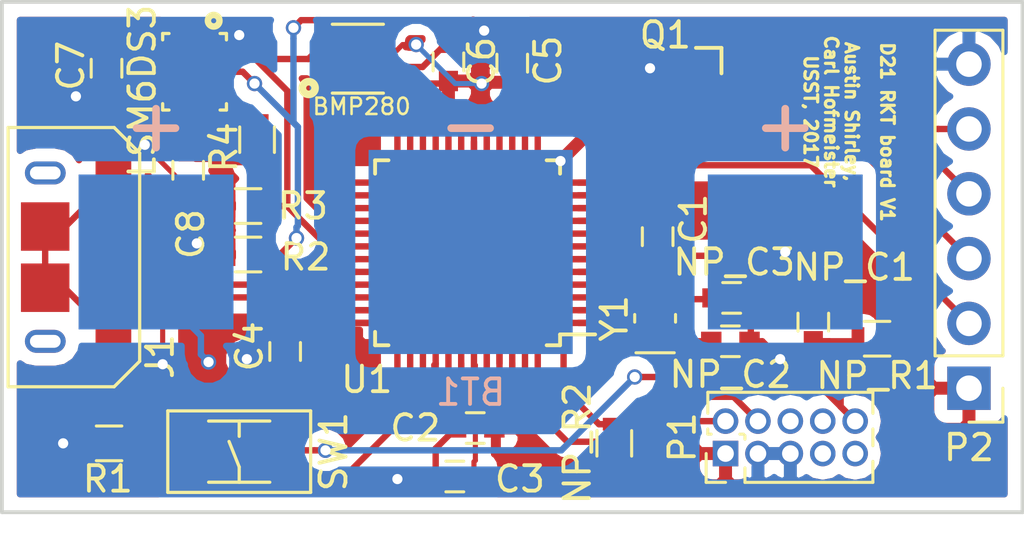
<source format=kicad_pcb>
(kicad_pcb (version 4) (host pcbnew 4.0.6)

  (general
    (links 85)
    (no_connects 2)
    (area 139.624999 78.317322 179.775001 100.542857)
    (thickness 1.6)
    (drawings 6)
    (tracks 265)
    (zones 0)
    (modules 27)
    (nets 59)
  )

  (page A4)
  (layers
    (0 F.Cu signal)
    (31 B.Cu signal)
    (32 B.Adhes user)
    (33 F.Adhes user)
    (34 B.Paste user)
    (35 F.Paste user)
    (36 B.SilkS user)
    (37 F.SilkS user)
    (38 B.Mask user)
    (39 F.Mask user)
    (40 Dwgs.User user)
    (41 Cmts.User user)
    (42 Eco1.User user)
    (43 Eco2.User user)
    (44 Edge.Cuts user)
    (45 Margin user)
    (46 B.CrtYd user)
    (47 F.CrtYd user)
    (48 B.Fab user)
    (49 F.Fab user hide)
  )

  (setup
    (last_trace_width 0.25)
    (user_trace_width 0.2)
    (user_trace_width 0.5)
    (trace_clearance 0.2)
    (zone_clearance 0.508)
    (zone_45_only no)
    (trace_min 0.2)
    (segment_width 0.2)
    (edge_width 0.15)
    (via_size 0.6)
    (via_drill 0.4)
    (via_min_size 0.465)
    (via_min_drill 0.305)
    (uvia_size 0.3)
    (uvia_drill 0.1)
    (uvias_allowed no)
    (uvia_min_size 0.18)
    (uvia_min_drill 0.1)
    (pcb_text_width 0.3)
    (pcb_text_size 0.5 0.5)
    (mod_edge_width 0.15)
    (mod_text_size 1 1)
    (mod_text_width 0.15)
    (pad_size 1.524 1.524)
    (pad_drill 0.762)
    (pad_to_mask_clearance 0.2)
    (aux_axis_origin 0 0)
    (visible_elements FFFFFF7F)
    (pcbplotparams
      (layerselection 0x010fc_80000001)
      (usegerberextensions true)
      (excludeedgelayer true)
      (linewidth 0.150000)
      (plotframeref false)
      (viasonmask false)
      (mode 1)
      (useauxorigin false)
      (hpglpennumber 1)
      (hpglpenspeed 20)
      (hpglpendiameter 15)
      (hpglpenoverlay 2)
      (psnegative false)
      (psa4output false)
      (plotreference true)
      (plotvalue true)
      (plotinvisibletext false)
      (padsonsilk false)
      (subtractmaskfromsilk false)
      (outputformat 1)
      (mirror false)
      (drillshape 0)
      (scaleselection 1)
      (outputdirectory gerbers/))
  )

  (net 0 "")
  (net 1 +3.3VP)
  (net 2 "Net-(BT1-Pad2)")
  (net 3 GND)
  (net 4 "Net-(C3-Pad1)")
  (net 5 /USB_D-)
  (net 6 /USB_D+)
  (net 7 SLD)
  (net 8 /~RESET)
  (net 9 "Net-(NP_C2-Pad2)")
  (net 10 "Net-(NP_C3-Pad2)")
  (net 11 /SWCLK)
  (net 12 /SWDIO)
  (net 13 "Net-(R1-Pad2)")
  (net 14 /SCL)
  (net 15 /SDA)
  (net 16 "Net-(R4-Pad2)")
  (net 17 "Net-(SW1-Pad4)")
  (net 18 "Net-(J1-Pad1)")
  (net 19 "Net-(J1-Pad4)")
  (net 20 "Net-(P1-Pad6)")
  (net 21 "Net-(P1-Pad7)")
  (net 22 "Net-(P1-Pad8)")
  (net 23 "Net-(P1-Pad9)")
  (net 24 /A4)
  (net 25 /A5)
  (net 26 /GPIO2)
  (net 27 /GPIO3)
  (net 28 "Net-(U1-Pad3)")
  (net 29 "Net-(U1-Pad4)")
  (net 30 "Net-(U1-Pad7)")
  (net 31 "Net-(U1-Pad8)")
  (net 32 "Net-(U1-Pad13)")
  (net 33 "Net-(U1-Pad14)")
  (net 34 "Net-(U1-Pad15)")
  (net 35 "Net-(U1-Pad16)")
  (net 36 "Net-(U1-Pad19)")
  (net 37 "Net-(U1-Pad20)")
  (net 38 "Net-(U1-Pad21)")
  (net 39 "Net-(U1-Pad22)")
  (net 40 "Net-(U1-Pad23)")
  (net 41 "Net-(U1-Pad24)")
  (net 42 "Net-(U1-Pad25)")
  (net 43 "Net-(U1-Pad26)")
  (net 44 "Net-(U1-Pad27)")
  (net 45 "Net-(U1-Pad28)")
  (net 46 "Net-(U1-Pad29)")
  (net 47 "Net-(U1-Pad30)")
  (net 48 "Net-(U1-Pad37)")
  (net 49 "Net-(U1-Pad38)")
  (net 50 "Net-(U1-Pad39)")
  (net 51 "Net-(U1-Pad41)")
  (net 52 "Net-(U1-Pad47)")
  (net 53 "Net-(U1-Pad48)")
  (net 54 /LSM_INT1)
  (net 55 /LSM_INT2)
  (net 56 "Net-(U2-Pad10)")
  (net 57 "Net-(U2-Pad11)")
  (net 58 "Net-(U3-Pad1)")

  (net_class Default "This is the default net class."
    (clearance 0.2)
    (trace_width 0.25)
    (via_dia 0.6)
    (via_drill 0.4)
    (uvia_dia 0.3)
    (uvia_drill 0.1)
    (add_net +3.3VP)
    (add_net /A4)
    (add_net /A5)
    (add_net /GPIO2)
    (add_net /GPIO3)
    (add_net /LSM_INT1)
    (add_net /LSM_INT2)
    (add_net /SCL)
    (add_net /SDA)
    (add_net /SWCLK)
    (add_net /SWDIO)
    (add_net /USB_D+)
    (add_net /USB_D-)
    (add_net /~RESET)
    (add_net GND)
    (add_net "Net-(BT1-Pad2)")
    (add_net "Net-(C3-Pad1)")
    (add_net "Net-(J1-Pad1)")
    (add_net "Net-(J1-Pad4)")
    (add_net "Net-(NP_C2-Pad2)")
    (add_net "Net-(NP_C3-Pad2)")
    (add_net "Net-(P1-Pad6)")
    (add_net "Net-(P1-Pad7)")
    (add_net "Net-(P1-Pad8)")
    (add_net "Net-(P1-Pad9)")
    (add_net "Net-(R1-Pad2)")
    (add_net "Net-(R4-Pad2)")
    (add_net "Net-(SW1-Pad4)")
    (add_net "Net-(U1-Pad13)")
    (add_net "Net-(U1-Pad14)")
    (add_net "Net-(U1-Pad15)")
    (add_net "Net-(U1-Pad16)")
    (add_net "Net-(U1-Pad19)")
    (add_net "Net-(U1-Pad20)")
    (add_net "Net-(U1-Pad21)")
    (add_net "Net-(U1-Pad22)")
    (add_net "Net-(U1-Pad23)")
    (add_net "Net-(U1-Pad24)")
    (add_net "Net-(U1-Pad25)")
    (add_net "Net-(U1-Pad26)")
    (add_net "Net-(U1-Pad27)")
    (add_net "Net-(U1-Pad28)")
    (add_net "Net-(U1-Pad29)")
    (add_net "Net-(U1-Pad3)")
    (add_net "Net-(U1-Pad30)")
    (add_net "Net-(U1-Pad37)")
    (add_net "Net-(U1-Pad38)")
    (add_net "Net-(U1-Pad39)")
    (add_net "Net-(U1-Pad4)")
    (add_net "Net-(U1-Pad41)")
    (add_net "Net-(U1-Pad47)")
    (add_net "Net-(U1-Pad48)")
    (add_net "Net-(U1-Pad7)")
    (add_net "Net-(U1-Pad8)")
    (add_net "Net-(U2-Pad10)")
    (add_net "Net-(U2-Pad11)")
    (add_net "Net-(U3-Pad1)")
    (add_net SLD)
  )

  (module robobits-generic:BK-833 (layer B.Cu) (tedit 598A72BA) (tstamp 598A76F2)
    (at 158.07 88.2 180)
    (tags "CR2032, CR2016, CR2025, LIR2032")
    (path /59892C19)
    (fp_text reference BT1 (at 0 -5.5 180) (layer B.SilkS)
      (effects (font (size 1 1) (thickness 0.15)) (justify mirror))
    )
    (fp_text value BK-883 (at 0 7 180) (layer B.Fab)
      (effects (font (size 1 1) (thickness 0.15)) (justify mirror))
    )
    (fp_text user - (at 0 5 180) (layer B.SilkS)
      (effects (font (size 2 2) (thickness 0.3)) (justify mirror))
    )
    (fp_text user + (at 12.33 5 180) (layer B.SilkS)
      (effects (font (size 2 2) (thickness 0.3)) (justify mirror))
    )
    (fp_text user + (at -12.33 5 180) (layer B.SilkS)
      (effects (font (size 2 2) (thickness 0.3)) (justify mirror))
    )
    (pad 1 smd rect (at -12.33 0 180) (size 6.07 6.07) (layers B.Cu B.Paste B.Mask)
      (net 1 +3.3VP))
    (pad 1 smd rect (at 12.33 0 180) (size 6.07 6.07) (layers B.Cu B.Paste B.Mask)
      (net 1 +3.3VP))
    (pad 2 smd rect (at 0 0 180) (size 8 8) (layers B.Cu B.Paste B.Mask)
      (net 2 "Net-(BT1-Pad2)"))
  )

  (module Capacitors_SMD:C_0603 (layer F.Cu) (tedit 58AA844E) (tstamp 598A76F8)
    (at 165.4 87.6 90)
    (descr "Capacitor SMD 0603, reflow soldering, AVX (see smccp.pdf)")
    (tags "capacitor 0603")
    (path /59895761)
    (attr smd)
    (fp_text reference C1 (at 0.7 1.4 90) (layer F.SilkS)
      (effects (font (size 1 1) (thickness 0.15)))
    )
    (fp_text value 100n (at 0 1.5 90) (layer F.Fab)
      (effects (font (size 1 1) (thickness 0.15)))
    )
    (fp_text user %R (at 0 -1.5 90) (layer F.Fab)
      (effects (font (size 1 1) (thickness 0.15)))
    )
    (fp_line (start -0.8 0.4) (end -0.8 -0.4) (layer F.Fab) (width 0.1))
    (fp_line (start 0.8 0.4) (end -0.8 0.4) (layer F.Fab) (width 0.1))
    (fp_line (start 0.8 -0.4) (end 0.8 0.4) (layer F.Fab) (width 0.1))
    (fp_line (start -0.8 -0.4) (end 0.8 -0.4) (layer F.Fab) (width 0.1))
    (fp_line (start -0.35 -0.6) (end 0.35 -0.6) (layer F.SilkS) (width 0.12))
    (fp_line (start 0.35 0.6) (end -0.35 0.6) (layer F.SilkS) (width 0.12))
    (fp_line (start -1.4 -0.65) (end 1.4 -0.65) (layer F.CrtYd) (width 0.05))
    (fp_line (start -1.4 -0.65) (end -1.4 0.65) (layer F.CrtYd) (width 0.05))
    (fp_line (start 1.4 0.65) (end 1.4 -0.65) (layer F.CrtYd) (width 0.05))
    (fp_line (start 1.4 0.65) (end -1.4 0.65) (layer F.CrtYd) (width 0.05))
    (pad 1 smd rect (at -0.75 0 90) (size 0.8 0.75) (layers F.Cu F.Paste F.Mask)
      (net 3 GND))
    (pad 2 smd rect (at 0.75 0 90) (size 0.8 0.75) (layers F.Cu F.Paste F.Mask)
      (net 1 +3.3VP))
    (model Capacitors_SMD.3dshapes/C_0603.wrl
      (at (xyz 0 0 0))
      (scale (xyz 1 1 1))
      (rotate (xyz 0 0 0))
    )
  )

  (module Capacitors_SMD:C_0603 (layer F.Cu) (tedit 58AA844E) (tstamp 598A76FE)
    (at 158.25 95.1)
    (descr "Capacitor SMD 0603, reflow soldering, AVX (see smccp.pdf)")
    (tags "capacitor 0603")
    (path /59895CCA)
    (attr smd)
    (fp_text reference C2 (at -2.35 0) (layer F.SilkS)
      (effects (font (size 1 1) (thickness 0.15)))
    )
    (fp_text value 100n (at 0 1.5) (layer F.Fab)
      (effects (font (size 1 1) (thickness 0.15)))
    )
    (fp_text user %R (at 0 -1.5) (layer F.Fab)
      (effects (font (size 1 1) (thickness 0.15)))
    )
    (fp_line (start -0.8 0.4) (end -0.8 -0.4) (layer F.Fab) (width 0.1))
    (fp_line (start 0.8 0.4) (end -0.8 0.4) (layer F.Fab) (width 0.1))
    (fp_line (start 0.8 -0.4) (end 0.8 0.4) (layer F.Fab) (width 0.1))
    (fp_line (start -0.8 -0.4) (end 0.8 -0.4) (layer F.Fab) (width 0.1))
    (fp_line (start -0.35 -0.6) (end 0.35 -0.6) (layer F.SilkS) (width 0.12))
    (fp_line (start 0.35 0.6) (end -0.35 0.6) (layer F.SilkS) (width 0.12))
    (fp_line (start -1.4 -0.65) (end 1.4 -0.65) (layer F.CrtYd) (width 0.05))
    (fp_line (start -1.4 -0.65) (end -1.4 0.65) (layer F.CrtYd) (width 0.05))
    (fp_line (start 1.4 0.65) (end 1.4 -0.65) (layer F.CrtYd) (width 0.05))
    (fp_line (start 1.4 0.65) (end -1.4 0.65) (layer F.CrtYd) (width 0.05))
    (pad 1 smd rect (at -0.75 0) (size 0.8 0.75) (layers F.Cu F.Paste F.Mask)
      (net 3 GND))
    (pad 2 smd rect (at 0.75 0) (size 0.8 0.75) (layers F.Cu F.Paste F.Mask)
      (net 1 +3.3VP))
    (model Capacitors_SMD.3dshapes/C_0603.wrl
      (at (xyz 0 0 0))
      (scale (xyz 1 1 1))
      (rotate (xyz 0 0 0))
    )
  )

  (module Capacitors_SMD:C_0603 (layer F.Cu) (tedit 58AA844E) (tstamp 598A7704)
    (at 157.45 97 180)
    (descr "Capacitor SMD 0603, reflow soldering, AVX (see smccp.pdf)")
    (tags "capacitor 0603")
    (path /59895F50)
    (attr smd)
    (fp_text reference C3 (at -2.55 -0.1 180) (layer F.SilkS)
      (effects (font (size 1 1) (thickness 0.15)))
    )
    (fp_text value 1u (at 0 1.5 180) (layer F.Fab)
      (effects (font (size 1 1) (thickness 0.15)))
    )
    (fp_text user %R (at 0 -1.5 180) (layer F.Fab)
      (effects (font (size 1 1) (thickness 0.15)))
    )
    (fp_line (start -0.8 0.4) (end -0.8 -0.4) (layer F.Fab) (width 0.1))
    (fp_line (start 0.8 0.4) (end -0.8 0.4) (layer F.Fab) (width 0.1))
    (fp_line (start 0.8 -0.4) (end 0.8 0.4) (layer F.Fab) (width 0.1))
    (fp_line (start -0.8 -0.4) (end 0.8 -0.4) (layer F.Fab) (width 0.1))
    (fp_line (start -0.35 -0.6) (end 0.35 -0.6) (layer F.SilkS) (width 0.12))
    (fp_line (start 0.35 0.6) (end -0.35 0.6) (layer F.SilkS) (width 0.12))
    (fp_line (start -1.4 -0.65) (end 1.4 -0.65) (layer F.CrtYd) (width 0.05))
    (fp_line (start -1.4 -0.65) (end -1.4 0.65) (layer F.CrtYd) (width 0.05))
    (fp_line (start 1.4 0.65) (end 1.4 -0.65) (layer F.CrtYd) (width 0.05))
    (fp_line (start 1.4 0.65) (end -1.4 0.65) (layer F.CrtYd) (width 0.05))
    (pad 1 smd rect (at -0.75 0 180) (size 0.8 0.75) (layers F.Cu F.Paste F.Mask)
      (net 4 "Net-(C3-Pad1)"))
    (pad 2 smd rect (at 0.75 0 180) (size 0.8 0.75) (layers F.Cu F.Paste F.Mask)
      (net 3 GND))
    (model Capacitors_SMD.3dshapes/C_0603.wrl
      (at (xyz 0 0 0))
      (scale (xyz 1 1 1))
      (rotate (xyz 0 0 0))
    )
  )

  (module Capacitors_SMD:C_0603 (layer F.Cu) (tedit 58AA844E) (tstamp 598A770A)
    (at 150.8 92.1 270)
    (descr "Capacitor SMD 0603, reflow soldering, AVX (see smccp.pdf)")
    (tags "capacitor 0603")
    (path /59896822)
    (attr smd)
    (fp_text reference C4 (at -0.2 1.4 270) (layer F.SilkS)
      (effects (font (size 1 1) (thickness 0.15)))
    )
    (fp_text value 100n (at 0 1.5 270) (layer F.Fab)
      (effects (font (size 1 1) (thickness 0.15)))
    )
    (fp_text user %R (at 0 -1.5 270) (layer F.Fab)
      (effects (font (size 1 1) (thickness 0.15)))
    )
    (fp_line (start -0.8 0.4) (end -0.8 -0.4) (layer F.Fab) (width 0.1))
    (fp_line (start 0.8 0.4) (end -0.8 0.4) (layer F.Fab) (width 0.1))
    (fp_line (start 0.8 -0.4) (end 0.8 0.4) (layer F.Fab) (width 0.1))
    (fp_line (start -0.8 -0.4) (end 0.8 -0.4) (layer F.Fab) (width 0.1))
    (fp_line (start -0.35 -0.6) (end 0.35 -0.6) (layer F.SilkS) (width 0.12))
    (fp_line (start 0.35 0.6) (end -0.35 0.6) (layer F.SilkS) (width 0.12))
    (fp_line (start -1.4 -0.65) (end 1.4 -0.65) (layer F.CrtYd) (width 0.05))
    (fp_line (start -1.4 -0.65) (end -1.4 0.65) (layer F.CrtYd) (width 0.05))
    (fp_line (start 1.4 0.65) (end 1.4 -0.65) (layer F.CrtYd) (width 0.05))
    (fp_line (start 1.4 0.65) (end -1.4 0.65) (layer F.CrtYd) (width 0.05))
    (pad 1 smd rect (at -0.75 0 270) (size 0.8 0.75) (layers F.Cu F.Paste F.Mask)
      (net 3 GND))
    (pad 2 smd rect (at 0.75 0 270) (size 0.8 0.75) (layers F.Cu F.Paste F.Mask)
      (net 1 +3.3VP))
    (model Capacitors_SMD.3dshapes/C_0603.wrl
      (at (xyz 0 0 0))
      (scale (xyz 1 1 1))
      (rotate (xyz 0 0 0))
    )
  )

  (module Capacitors_SMD:C_0603 (layer F.Cu) (tedit 58AA844E) (tstamp 598A7710)
    (at 159.7 80.8 90)
    (descr "Capacitor SMD 0603, reflow soldering, AVX (see smccp.pdf)")
    (tags "capacitor 0603")
    (path /598ADD3B)
    (attr smd)
    (fp_text reference C5 (at 0.1 1.4 90) (layer F.SilkS)
      (effects (font (size 1 1) (thickness 0.15)))
    )
    (fp_text value 100n (at 0 1.5 90) (layer F.Fab)
      (effects (font (size 1 1) (thickness 0.15)))
    )
    (fp_text user %R (at 0 -1.5 90) (layer F.Fab)
      (effects (font (size 1 1) (thickness 0.15)))
    )
    (fp_line (start -0.8 0.4) (end -0.8 -0.4) (layer F.Fab) (width 0.1))
    (fp_line (start 0.8 0.4) (end -0.8 0.4) (layer F.Fab) (width 0.1))
    (fp_line (start 0.8 -0.4) (end 0.8 0.4) (layer F.Fab) (width 0.1))
    (fp_line (start -0.8 -0.4) (end 0.8 -0.4) (layer F.Fab) (width 0.1))
    (fp_line (start -0.35 -0.6) (end 0.35 -0.6) (layer F.SilkS) (width 0.12))
    (fp_line (start 0.35 0.6) (end -0.35 0.6) (layer F.SilkS) (width 0.12))
    (fp_line (start -1.4 -0.65) (end 1.4 -0.65) (layer F.CrtYd) (width 0.05))
    (fp_line (start -1.4 -0.65) (end -1.4 0.65) (layer F.CrtYd) (width 0.05))
    (fp_line (start 1.4 0.65) (end 1.4 -0.65) (layer F.CrtYd) (width 0.05))
    (fp_line (start 1.4 0.65) (end -1.4 0.65) (layer F.CrtYd) (width 0.05))
    (pad 1 smd rect (at -0.75 0 90) (size 0.8 0.75) (layers F.Cu F.Paste F.Mask)
      (net 1 +3.3VP))
    (pad 2 smd rect (at 0.75 0 90) (size 0.8 0.75) (layers F.Cu F.Paste F.Mask)
      (net 3 GND))
    (model Capacitors_SMD.3dshapes/C_0603.wrl
      (at (xyz 0 0 0))
      (scale (xyz 1 1 1))
      (rotate (xyz 0 0 0))
    )
  )

  (module Capacitors_SMD:C_0603 (layer F.Cu) (tedit 58AA844E) (tstamp 598A7716)
    (at 157.2 80.75 90)
    (descr "Capacitor SMD 0603, reflow soldering, AVX (see smccp.pdf)")
    (tags "capacitor 0603")
    (path /598AD88C)
    (attr smd)
    (fp_text reference C6 (at 0 1.3 90) (layer F.SilkS)
      (effects (font (size 1 1) (thickness 0.15)))
    )
    (fp_text value 100n (at 0 1.5 90) (layer F.Fab)
      (effects (font (size 1 1) (thickness 0.15)))
    )
    (fp_text user %R (at 0 -1.5 90) (layer F.Fab)
      (effects (font (size 1 1) (thickness 0.15)))
    )
    (fp_line (start -0.8 0.4) (end -0.8 -0.4) (layer F.Fab) (width 0.1))
    (fp_line (start 0.8 0.4) (end -0.8 0.4) (layer F.Fab) (width 0.1))
    (fp_line (start 0.8 -0.4) (end 0.8 0.4) (layer F.Fab) (width 0.1))
    (fp_line (start -0.8 -0.4) (end 0.8 -0.4) (layer F.Fab) (width 0.1))
    (fp_line (start -0.35 -0.6) (end 0.35 -0.6) (layer F.SilkS) (width 0.12))
    (fp_line (start 0.35 0.6) (end -0.35 0.6) (layer F.SilkS) (width 0.12))
    (fp_line (start -1.4 -0.65) (end 1.4 -0.65) (layer F.CrtYd) (width 0.05))
    (fp_line (start -1.4 -0.65) (end -1.4 0.65) (layer F.CrtYd) (width 0.05))
    (fp_line (start 1.4 0.65) (end 1.4 -0.65) (layer F.CrtYd) (width 0.05))
    (fp_line (start 1.4 0.65) (end -1.4 0.65) (layer F.CrtYd) (width 0.05))
    (pad 1 smd rect (at -0.75 0 90) (size 0.8 0.75) (layers F.Cu F.Paste F.Mask)
      (net 1 +3.3VP))
    (pad 2 smd rect (at 0.75 0 90) (size 0.8 0.75) (layers F.Cu F.Paste F.Mask)
      (net 3 GND))
    (model Capacitors_SMD.3dshapes/C_0603.wrl
      (at (xyz 0 0 0))
      (scale (xyz 1 1 1))
      (rotate (xyz 0 0 0))
    )
  )

  (module Capacitors_SMD:C_0603 (layer F.Cu) (tedit 58AA844E) (tstamp 598A771C)
    (at 143.8 81 270)
    (descr "Capacitor SMD 0603, reflow soldering, AVX (see smccp.pdf)")
    (tags "capacitor 0603")
    (path /598AB02A)
    (attr smd)
    (fp_text reference C7 (at -0.1 1.4 270) (layer F.SilkS)
      (effects (font (size 1 1) (thickness 0.15)))
    )
    (fp_text value 100n (at 0 1.5 270) (layer F.Fab)
      (effects (font (size 1 1) (thickness 0.15)))
    )
    (fp_text user %R (at 0 -1.5 270) (layer F.Fab)
      (effects (font (size 1 1) (thickness 0.15)))
    )
    (fp_line (start -0.8 0.4) (end -0.8 -0.4) (layer F.Fab) (width 0.1))
    (fp_line (start 0.8 0.4) (end -0.8 0.4) (layer F.Fab) (width 0.1))
    (fp_line (start 0.8 -0.4) (end 0.8 0.4) (layer F.Fab) (width 0.1))
    (fp_line (start -0.8 -0.4) (end 0.8 -0.4) (layer F.Fab) (width 0.1))
    (fp_line (start -0.35 -0.6) (end 0.35 -0.6) (layer F.SilkS) (width 0.12))
    (fp_line (start 0.35 0.6) (end -0.35 0.6) (layer F.SilkS) (width 0.12))
    (fp_line (start -1.4 -0.65) (end 1.4 -0.65) (layer F.CrtYd) (width 0.05))
    (fp_line (start -1.4 -0.65) (end -1.4 0.65) (layer F.CrtYd) (width 0.05))
    (fp_line (start 1.4 0.65) (end 1.4 -0.65) (layer F.CrtYd) (width 0.05))
    (fp_line (start 1.4 0.65) (end -1.4 0.65) (layer F.CrtYd) (width 0.05))
    (pad 1 smd rect (at -0.75 0 270) (size 0.8 0.75) (layers F.Cu F.Paste F.Mask)
      (net 1 +3.3VP))
    (pad 2 smd rect (at 0.75 0 270) (size 0.8 0.75) (layers F.Cu F.Paste F.Mask)
      (net 3 GND))
    (model Capacitors_SMD.3dshapes/C_0603.wrl
      (at (xyz 0 0 0))
      (scale (xyz 1 1 1))
      (rotate (xyz 0 0 0))
    )
  )

  (module Capacitors_SMD:C_0603 (layer F.Cu) (tedit 58AA844E) (tstamp 598A7722)
    (at 147 85 90)
    (descr "Capacitor SMD 0603, reflow soldering, AVX (see smccp.pdf)")
    (tags "capacitor 0603")
    (path /598A7D84)
    (attr smd)
    (fp_text reference C8 (at -2.5 0.1 90) (layer F.SilkS)
      (effects (font (size 1 1) (thickness 0.15)))
    )
    (fp_text value 100n (at 0 1.5 90) (layer F.Fab)
      (effects (font (size 1 1) (thickness 0.15)))
    )
    (fp_text user %R (at 0 -1.5 90) (layer F.Fab)
      (effects (font (size 1 1) (thickness 0.15)))
    )
    (fp_line (start -0.8 0.4) (end -0.8 -0.4) (layer F.Fab) (width 0.1))
    (fp_line (start 0.8 0.4) (end -0.8 0.4) (layer F.Fab) (width 0.1))
    (fp_line (start 0.8 -0.4) (end 0.8 0.4) (layer F.Fab) (width 0.1))
    (fp_line (start -0.8 -0.4) (end 0.8 -0.4) (layer F.Fab) (width 0.1))
    (fp_line (start -0.35 -0.6) (end 0.35 -0.6) (layer F.SilkS) (width 0.12))
    (fp_line (start 0.35 0.6) (end -0.35 0.6) (layer F.SilkS) (width 0.12))
    (fp_line (start -1.4 -0.65) (end 1.4 -0.65) (layer F.CrtYd) (width 0.05))
    (fp_line (start -1.4 -0.65) (end -1.4 0.65) (layer F.CrtYd) (width 0.05))
    (fp_line (start 1.4 0.65) (end 1.4 -0.65) (layer F.CrtYd) (width 0.05))
    (fp_line (start 1.4 0.65) (end -1.4 0.65) (layer F.CrtYd) (width 0.05))
    (pad 1 smd rect (at -0.75 0 90) (size 0.8 0.75) (layers F.Cu F.Paste F.Mask)
      (net 3 GND))
    (pad 2 smd rect (at 0.75 0 90) (size 0.8 0.75) (layers F.Cu F.Paste F.Mask)
      (net 1 +3.3VP))
    (model Capacitors_SMD.3dshapes/C_0603.wrl
      (at (xyz 0 0 0))
      (scale (xyz 1 1 1))
      (rotate (xyz 0 0 0))
    )
  )

  (module MF_Connectors:MF_Connectors-MICROUSB-RIGHT (layer F.Cu) (tedit 590423DA) (tstamp 598A7735)
    (at 142.8 88.40214 270)
    (descr "DESCRIPTION: PACKAGE FOR MICRO USB TYPE B CONNECTOR. BASED ON FCI 10118193-0001LF.")
    (tags "DESCRIPTION: PACKAGE FOR MICRO USB TYPE B CONNECTOR. BASED ON FCI 10118193-0001LF.")
    (path /59897534)
    (attr smd)
    (fp_text reference J1 (at 3.89786 -3.1 270) (layer F.SilkS)
      (effects (font (size 1.016 1.016) (thickness 0.1524)))
    )
    (fp_text value USB_MICRO_RIGHT (at -2.54 -4.72948 270) (layer F.Fab)
      (effects (font (size 1.016 1.016) (thickness 0.1524)))
    )
    (fp_line (start -5.08 2.85496) (end 5.08 2.85496) (layer F.SilkS) (width 0.127))
    (fp_line (start -5.08 2.85496) (end -5.08 -1.29794) (layer F.SilkS) (width 0.127))
    (fp_line (start -5.08 -1.29794) (end -4.07924 -2.2987) (layer F.SilkS) (width 0.127))
    (fp_line (start -4.07924 -2.2987) (end 4.07924 -2.2987) (layer F.SilkS) (width 0.127))
    (fp_line (start 4.07924 -2.2987) (end 5.08 -1.29794) (layer F.SilkS) (width 0.127))
    (fp_line (start 5.08 -1.29794) (end 5.08 2.85496) (layer F.SilkS) (width 0.127))
    (fp_line (start -3.54838 1.04902) (end -3.54838 1.74752) (layer F.SilkS) (width 0.00762))
    (pad 1 smd rect (at -1.29794 -1.27 90) (size 0.39878 1.34874) (layers F.Cu F.Paste F.Mask)
      (net 18 "Net-(J1-Pad1)") (solder_mask_margin 0.127) (clearance 0.127))
    (pad 2 smd rect (at -0.6477 -1.27 90) (size 0.39878 1.34874) (layers F.Cu F.Paste F.Mask)
      (net 5 /USB_D-) (solder_mask_margin 0.127) (clearance 0.127))
    (pad 3 smd rect (at 0 -1.27 90) (size 0.39878 1.34874) (layers F.Cu F.Paste F.Mask)
      (net 6 /USB_D+) (solder_mask_margin 0.127) (clearance 0.127))
    (pad 4 smd rect (at 0.6477 -1.27 90) (size 0.39878 1.34874) (layers F.Cu F.Paste F.Mask)
      (net 19 "Net-(J1-Pad4)") (solder_mask_margin 0.127) (clearance 0.127))
    (pad 5 smd rect (at 1.29794 -1.27 90) (size 0.39878 1.34874) (layers F.Cu F.Paste F.Mask)
      (net 3 GND) (solder_mask_margin 0.127) (clearance 0.127))
    (pad S1 smd oval (at -3.29946 1.39954 90) (size 0.89916 1.59766) (layers F.Cu F.Paste F.Mask)
      (net 7 SLD))
    (pad S2 smd oval (at 3.29946 1.39954 90) (size 0.89916 1.59766) (layers F.Cu F.Paste F.Mask)
      (net 7 SLD))
    (pad S3 smd rect (at -3.19786 -1.27) (size 1.39954 1.59766) (layers F.Cu F.Paste F.Mask)
      (net 7 SLD))
    (pad S4 smd rect (at 3.19786 -1.27) (size 1.39954 1.59766) (layers F.Cu F.Paste F.Mask)
      (net 7 SLD))
    (pad S5 smd rect (at -1.19888 1.40462 270) (size 1.89992 1.89992) (layers F.Cu F.Paste F.Mask)
      (net 7 SLD))
    (pad S6 smd rect (at 1.19888 1.40462 270) (size 1.89992 1.89992) (layers F.Cu F.Paste F.Mask)
      (net 7 SLD))
    (pad S7 smd oval (at -3.29946 1.39954 90) (size 0.89916 1.59766) (layers B.Cu B.Mask))
    (pad S8 smd oval (at 3.29946 1.39954 90) (size 0.89916 1.59766) (layers B.Cu B.Mask))
    (pad SLOT thru_hole oval (at -3.3 1.4 270) (size 0.5 1.2) (drill oval 0.5 1.2) (layers Edge.Cuts)
      (solder_mask_margin 0.000003) (clearance 0.000003))
    (pad SLOT thru_hole oval (at 3.3 1.4 270) (size 0.5 1.2) (drill oval 0.5 1.2) (layers Edge.Cuts)
      (solder_mask_margin 0.000003) (clearance 0.000003))
  )

  (module Capacitors_SMD:C_0603 (layer F.Cu) (tedit 58AA844E) (tstamp 598A773B)
    (at 171.5 90.95 270)
    (descr "Capacitor SMD 0603, reflow soldering, AVX (see smccp.pdf)")
    (tags "capacitor 0603")
    (path /5989AD55)
    (attr smd)
    (fp_text reference NP_C1 (at -2.15 -1.6 360) (layer F.SilkS)
      (effects (font (size 1 1) (thickness 0.15)))
    )
    (fp_text value 100n (at 0 1.5 270) (layer F.Fab)
      (effects (font (size 1 1) (thickness 0.15)))
    )
    (fp_text user %R (at 0 0 270) (layer F.Fab)
      (effects (font (size 1 1) (thickness 0.15)))
    )
    (fp_line (start -0.8 0.4) (end -0.8 -0.4) (layer F.Fab) (width 0.1))
    (fp_line (start 0.8 0.4) (end -0.8 0.4) (layer F.Fab) (width 0.1))
    (fp_line (start 0.8 -0.4) (end 0.8 0.4) (layer F.Fab) (width 0.1))
    (fp_line (start -0.8 -0.4) (end 0.8 -0.4) (layer F.Fab) (width 0.1))
    (fp_line (start -0.35 -0.6) (end 0.35 -0.6) (layer F.SilkS) (width 0.12))
    (fp_line (start 0.35 0.6) (end -0.35 0.6) (layer F.SilkS) (width 0.12))
    (fp_line (start -1.4 -0.65) (end 1.4 -0.65) (layer F.CrtYd) (width 0.05))
    (fp_line (start -1.4 -0.65) (end -1.4 0.65) (layer F.CrtYd) (width 0.05))
    (fp_line (start 1.4 0.65) (end 1.4 -0.65) (layer F.CrtYd) (width 0.05))
    (fp_line (start 1.4 0.65) (end -1.4 0.65) (layer F.CrtYd) (width 0.05))
    (pad 1 smd rect (at -0.75 0 270) (size 0.8 0.75) (layers F.Cu F.Paste F.Mask)
      (net 3 GND))
    (pad 2 smd rect (at 0.75 0 270) (size 0.8 0.75) (layers F.Cu F.Paste F.Mask)
      (net 8 /~RESET))
    (model Capacitors_SMD.3dshapes/C_0603.wrl
      (at (xyz 0 0 0))
      (scale (xyz 1 1 1))
      (rotate (xyz 0 0 0))
    )
  )

  (module Capacitors_SMD:C_0603 (layer F.Cu) (tedit 58AA844E) (tstamp 598A7741)
    (at 168.25 91.7 180)
    (descr "Capacitor SMD 0603, reflow soldering, AVX (see smccp.pdf)")
    (tags "capacitor 0603")
    (path /59897121)
    (attr smd)
    (fp_text reference NP_C2 (at 0 -1.3 180) (layer F.SilkS)
      (effects (font (size 1 1) (thickness 0.15)))
    )
    (fp_text value 15p (at 0 1.5 180) (layer F.Fab)
      (effects (font (size 1 1) (thickness 0.15)))
    )
    (fp_text user %R (at 0 -1.5 180) (layer F.Fab)
      (effects (font (size 1 1) (thickness 0.15)))
    )
    (fp_line (start -0.8 0.4) (end -0.8 -0.4) (layer F.Fab) (width 0.1))
    (fp_line (start 0.8 0.4) (end -0.8 0.4) (layer F.Fab) (width 0.1))
    (fp_line (start 0.8 -0.4) (end 0.8 0.4) (layer F.Fab) (width 0.1))
    (fp_line (start -0.8 -0.4) (end 0.8 -0.4) (layer F.Fab) (width 0.1))
    (fp_line (start -0.35 -0.6) (end 0.35 -0.6) (layer F.SilkS) (width 0.12))
    (fp_line (start 0.35 0.6) (end -0.35 0.6) (layer F.SilkS) (width 0.12))
    (fp_line (start -1.4 -0.65) (end 1.4 -0.65) (layer F.CrtYd) (width 0.05))
    (fp_line (start -1.4 -0.65) (end -1.4 0.65) (layer F.CrtYd) (width 0.05))
    (fp_line (start 1.4 0.65) (end 1.4 -0.65) (layer F.CrtYd) (width 0.05))
    (fp_line (start 1.4 0.65) (end -1.4 0.65) (layer F.CrtYd) (width 0.05))
    (pad 1 smd rect (at -0.75 0 180) (size 0.8 0.75) (layers F.Cu F.Paste F.Mask)
      (net 3 GND))
    (pad 2 smd rect (at 0.75 0 180) (size 0.8 0.75) (layers F.Cu F.Paste F.Mask)
      (net 9 "Net-(NP_C2-Pad2)"))
    (model Capacitors_SMD.3dshapes/C_0603.wrl
      (at (xyz 0 0 0))
      (scale (xyz 1 1 1))
      (rotate (xyz 0 0 0))
    )
  )

  (module Capacitors_SMD:C_0603 (layer F.Cu) (tedit 58AA844E) (tstamp 598A7747)
    (at 168.3 90 180)
    (descr "Capacitor SMD 0603, reflow soldering, AVX (see smccp.pdf)")
    (tags "capacitor 0603")
    (path /59897174)
    (attr smd)
    (fp_text reference NP_C3 (at -0.1 1.4 180) (layer F.SilkS)
      (effects (font (size 1 1) (thickness 0.15)))
    )
    (fp_text value 15p (at 0 1.5 180) (layer F.Fab)
      (effects (font (size 1 1) (thickness 0.15)))
    )
    (fp_text user %R (at 0 -1.5 180) (layer F.Fab)
      (effects (font (size 1 1) (thickness 0.15)))
    )
    (fp_line (start -0.8 0.4) (end -0.8 -0.4) (layer F.Fab) (width 0.1))
    (fp_line (start 0.8 0.4) (end -0.8 0.4) (layer F.Fab) (width 0.1))
    (fp_line (start 0.8 -0.4) (end 0.8 0.4) (layer F.Fab) (width 0.1))
    (fp_line (start -0.8 -0.4) (end 0.8 -0.4) (layer F.Fab) (width 0.1))
    (fp_line (start -0.35 -0.6) (end 0.35 -0.6) (layer F.SilkS) (width 0.12))
    (fp_line (start 0.35 0.6) (end -0.35 0.6) (layer F.SilkS) (width 0.12))
    (fp_line (start -1.4 -0.65) (end 1.4 -0.65) (layer F.CrtYd) (width 0.05))
    (fp_line (start -1.4 -0.65) (end -1.4 0.65) (layer F.CrtYd) (width 0.05))
    (fp_line (start 1.4 0.65) (end 1.4 -0.65) (layer F.CrtYd) (width 0.05))
    (fp_line (start 1.4 0.65) (end -1.4 0.65) (layer F.CrtYd) (width 0.05))
    (pad 1 smd rect (at -0.75 0 180) (size 0.8 0.75) (layers F.Cu F.Paste F.Mask)
      (net 3 GND))
    (pad 2 smd rect (at 0.75 0 180) (size 0.8 0.75) (layers F.Cu F.Paste F.Mask)
      (net 10 "Net-(NP_C3-Pad2)"))
    (model Capacitors_SMD.3dshapes/C_0603.wrl
      (at (xyz 0 0 0))
      (scale (xyz 1 1 1))
      (rotate (xyz 0 0 0))
    )
  )

  (module Resistors_SMD:R_0603 (layer F.Cu) (tedit 58E0A804) (tstamp 598A774D)
    (at 174 91.6 180)
    (descr "Resistor SMD 0603, reflow soldering, Vishay (see dcrcw.pdf)")
    (tags "resistor 0603")
    (path /5989D966)
    (attr smd)
    (fp_text reference NP_R1 (at 0 -1.45 180) (layer F.SilkS)
      (effects (font (size 1 1) (thickness 0.15)))
    )
    (fp_text value 10k (at 0 1.5 180) (layer F.Fab)
      (effects (font (size 1 1) (thickness 0.15)))
    )
    (fp_text user %R (at 0 0 180) (layer F.Fab)
      (effects (font (size 0.4 0.4) (thickness 0.075)))
    )
    (fp_line (start -0.8 0.4) (end -0.8 -0.4) (layer F.Fab) (width 0.1))
    (fp_line (start 0.8 0.4) (end -0.8 0.4) (layer F.Fab) (width 0.1))
    (fp_line (start 0.8 -0.4) (end 0.8 0.4) (layer F.Fab) (width 0.1))
    (fp_line (start -0.8 -0.4) (end 0.8 -0.4) (layer F.Fab) (width 0.1))
    (fp_line (start 0.5 0.68) (end -0.5 0.68) (layer F.SilkS) (width 0.12))
    (fp_line (start -0.5 -0.68) (end 0.5 -0.68) (layer F.SilkS) (width 0.12))
    (fp_line (start -1.25 -0.7) (end 1.25 -0.7) (layer F.CrtYd) (width 0.05))
    (fp_line (start -1.25 -0.7) (end -1.25 0.7) (layer F.CrtYd) (width 0.05))
    (fp_line (start 1.25 0.7) (end 1.25 -0.7) (layer F.CrtYd) (width 0.05))
    (fp_line (start 1.25 0.7) (end -1.25 0.7) (layer F.CrtYd) (width 0.05))
    (pad 1 smd rect (at -0.75 0 180) (size 0.5 0.9) (layers F.Cu F.Paste F.Mask)
      (net 1 +3.3VP))
    (pad 2 smd rect (at 0.75 0 180) (size 0.5 0.9) (layers F.Cu F.Paste F.Mask)
      (net 8 /~RESET))
    (model ${KISYS3DMOD}/Resistors_SMD.3dshapes/R_0603.wrl
      (at (xyz 0 0 0))
      (scale (xyz 1 1 1))
      (rotate (xyz 0 0 0))
    )
  )

  (module Resistors_SMD:R_0603 (layer F.Cu) (tedit 58E0A804) (tstamp 598A7753)
    (at 163.7 95.7 90)
    (descr "Resistor SMD 0603, reflow soldering, Vishay (see dcrcw.pdf)")
    (tags "resistor 0603")
    (path /59893FFD)
    (attr smd)
    (fp_text reference NP_R2 (at 0 -1.45 90) (layer F.SilkS)
      (effects (font (size 1 1) (thickness 0.15)))
    )
    (fp_text value 1k (at 0 1.5 90) (layer F.Fab)
      (effects (font (size 1 1) (thickness 0.15)))
    )
    (fp_text user %R (at 0 0 90) (layer F.Fab)
      (effects (font (size 0.4 0.4) (thickness 0.075)))
    )
    (fp_line (start -0.8 0.4) (end -0.8 -0.4) (layer F.Fab) (width 0.1))
    (fp_line (start 0.8 0.4) (end -0.8 0.4) (layer F.Fab) (width 0.1))
    (fp_line (start 0.8 -0.4) (end 0.8 0.4) (layer F.Fab) (width 0.1))
    (fp_line (start -0.8 -0.4) (end 0.8 -0.4) (layer F.Fab) (width 0.1))
    (fp_line (start 0.5 0.68) (end -0.5 0.68) (layer F.SilkS) (width 0.12))
    (fp_line (start -0.5 -0.68) (end 0.5 -0.68) (layer F.SilkS) (width 0.12))
    (fp_line (start -1.25 -0.7) (end 1.25 -0.7) (layer F.CrtYd) (width 0.05))
    (fp_line (start -1.25 -0.7) (end -1.25 0.7) (layer F.CrtYd) (width 0.05))
    (fp_line (start 1.25 0.7) (end 1.25 -0.7) (layer F.CrtYd) (width 0.05))
    (fp_line (start 1.25 0.7) (end -1.25 0.7) (layer F.CrtYd) (width 0.05))
    (pad 1 smd rect (at -0.75 0 90) (size 0.5 0.9) (layers F.Cu F.Paste F.Mask)
      (net 1 +3.3VP))
    (pad 2 smd rect (at 0.75 0 90) (size 0.5 0.9) (layers F.Cu F.Paste F.Mask)
      (net 11 /SWCLK))
    (model ${KISYS3DMOD}/Resistors_SMD.3dshapes/R_0603.wrl
      (at (xyz 0 0 0))
      (scale (xyz 1 1 1))
      (rotate (xyz 0 0 0))
    )
  )

  (module Pin_Headers:Pin_Header_Straight_2x05_Pitch1.27mm (layer F.Cu) (tedit 59650536) (tstamp 598A7761)
    (at 168.06 96.1 90)
    (descr "Through hole straight pin header, 2x05, 1.27mm pitch, double rows")
    (tags "Through hole pin header THT 2x05 1.27mm double row")
    (path /59893440)
    (fp_text reference P1 (at 0.635 -1.695 90) (layer F.SilkS)
      (effects (font (size 1 1) (thickness 0.15)))
    )
    (fp_text value SWD_CONN (at -1.7 3.01 180) (layer F.Fab)
      (effects (font (size 1 1) (thickness 0.15)))
    )
    (fp_line (start -0.2175 -0.635) (end 2.34 -0.635) (layer F.Fab) (width 0.1))
    (fp_line (start 2.34 -0.635) (end 2.34 5.715) (layer F.Fab) (width 0.1))
    (fp_line (start 2.34 5.715) (end -1.07 5.715) (layer F.Fab) (width 0.1))
    (fp_line (start -1.07 5.715) (end -1.07 0.2175) (layer F.Fab) (width 0.1))
    (fp_line (start -1.07 0.2175) (end -0.2175 -0.635) (layer F.Fab) (width 0.1))
    (fp_line (start -1.13 5.775) (end -0.30753 5.775) (layer F.SilkS) (width 0.12))
    (fp_line (start 1.57753 5.775) (end 2.4 5.775) (layer F.SilkS) (width 0.12))
    (fp_line (start 0.30753 5.775) (end 0.96247 5.775) (layer F.SilkS) (width 0.12))
    (fp_line (start -1.13 0.76) (end -1.13 5.775) (layer F.SilkS) (width 0.12))
    (fp_line (start 2.4 -0.695) (end 2.4 5.775) (layer F.SilkS) (width 0.12))
    (fp_line (start -1.13 0.76) (end -0.563471 0.76) (layer F.SilkS) (width 0.12))
    (fp_line (start 0.563471 0.76) (end 0.706529 0.76) (layer F.SilkS) (width 0.12))
    (fp_line (start 0.76 0.706529) (end 0.76 0.563471) (layer F.SilkS) (width 0.12))
    (fp_line (start 0.76 -0.563471) (end 0.76 -0.695) (layer F.SilkS) (width 0.12))
    (fp_line (start 0.76 -0.695) (end 0.96247 -0.695) (layer F.SilkS) (width 0.12))
    (fp_line (start 1.57753 -0.695) (end 2.4 -0.695) (layer F.SilkS) (width 0.12))
    (fp_line (start -1.13 0) (end -1.13 -0.76) (layer F.SilkS) (width 0.12))
    (fp_line (start -1.13 -0.76) (end 0 -0.76) (layer F.SilkS) (width 0.12))
    (fp_line (start -1.6 -1.15) (end -1.6 6.25) (layer F.CrtYd) (width 0.05))
    (fp_line (start -1.6 6.25) (end 2.85 6.25) (layer F.CrtYd) (width 0.05))
    (fp_line (start 2.85 6.25) (end 2.85 -1.15) (layer F.CrtYd) (width 0.05))
    (fp_line (start 2.85 -1.15) (end -1.6 -1.15) (layer F.CrtYd) (width 0.05))
    (fp_text user %R (at 0.635 2.54 180) (layer F.Fab)
      (effects (font (size 1 1) (thickness 0.15)))
    )
    (pad 1 thru_hole rect (at 0 0 90) (size 1 1) (drill 0.65) (layers *.Cu *.Mask)
      (net 1 +3.3VP))
    (pad 2 thru_hole oval (at 1.27 0 90) (size 1 1) (drill 0.65) (layers *.Cu *.Mask)
      (net 12 /SWDIO))
    (pad 3 thru_hole oval (at 0 1.27 90) (size 1 1) (drill 0.65) (layers *.Cu *.Mask)
      (net 3 GND))
    (pad 4 thru_hole oval (at 1.27 1.27 90) (size 1 1) (drill 0.65) (layers *.Cu *.Mask)
      (net 11 /SWCLK))
    (pad 5 thru_hole oval (at 0 2.54 90) (size 1 1) (drill 0.65) (layers *.Cu *.Mask)
      (net 3 GND))
    (pad 6 thru_hole oval (at 1.27 2.54 90) (size 1 1) (drill 0.65) (layers *.Cu *.Mask)
      (net 20 "Net-(P1-Pad6)"))
    (pad 7 thru_hole oval (at 0 3.81 90) (size 1 1) (drill 0.65) (layers *.Cu *.Mask)
      (net 21 "Net-(P1-Pad7)"))
    (pad 8 thru_hole oval (at 1.27 3.81 90) (size 1 1) (drill 0.65) (layers *.Cu *.Mask)
      (net 22 "Net-(P1-Pad8)"))
    (pad 9 thru_hole oval (at 0 5.08 90) (size 1 1) (drill 0.65) (layers *.Cu *.Mask)
      (net 23 "Net-(P1-Pad9)"))
    (pad 10 thru_hole oval (at 1.27 5.08 90) (size 1 1) (drill 0.65) (layers *.Cu *.Mask)
      (net 8 /~RESET))
    (model ${KISYS3DMOD}/Pin_Headers.3dshapes/Pin_Header_Straight_2x05_Pitch1.27mm.wrl
      (at (xyz 0 0 0))
      (scale (xyz 1 1 1))
      (rotate (xyz 0 0 0))
    )
  )

  (module robobits-generic:SOT-490 (layer F.Cu) (tedit 598A6BEF) (tstamp 598A776A)
    (at 166.4 81.2 180)
    (tags "SOT-390, SC-89, EMT3F")
    (path /5989524D)
    (fp_text reference Q1 (at 0.7 1.5 180) (layer F.SilkS)
      (effects (font (size 1 1) (thickness 0.15)))
    )
    (fp_text value RE1C002UN (at -1.9 1.2 180) (layer F.Fab)
      (effects (font (size 1 1) (thickness 0.15)))
    )
    (fp_line (start -1.5 1) (end -0.5 1) (layer F.SilkS) (width 0.15))
    (fp_line (start -1.5 0) (end -1.5 1) (layer F.SilkS) (width 0.15))
    (pad 1 smd rect (at -0.5 0 180) (size 0.46 0.65) (layers F.Cu F.Paste F.Mask)
      (net 1 +3.3VP))
    (pad 2 smd rect (at 0.5 0 180) (size 0.46 0.65) (layers F.Cu F.Paste F.Mask)
      (net 3 GND))
    (pad 3 smd rect (at 0 -1.05 180) (size 0.46 0.65) (layers F.Cu F.Paste F.Mask)
      (net 2 "Net-(BT1-Pad2)"))
  )

  (module Resistors_SMD:R_0603 (layer F.Cu) (tedit 58E0A804) (tstamp 598A7770)
    (at 143.9 95.7)
    (descr "Resistor SMD 0603, reflow soldering, Vishay (see dcrcw.pdf)")
    (tags "resistor 0603")
    (path /5989B540)
    (attr smd)
    (fp_text reference R1 (at -0.05 1.4) (layer F.SilkS)
      (effects (font (size 1 1) (thickness 0.15)))
    )
    (fp_text value 330 (at 0 1.5) (layer F.Fab)
      (effects (font (size 1 1) (thickness 0.15)))
    )
    (fp_text user %R (at 0 0) (layer F.Fab)
      (effects (font (size 0.4 0.4) (thickness 0.075)))
    )
    (fp_line (start -0.8 0.4) (end -0.8 -0.4) (layer F.Fab) (width 0.1))
    (fp_line (start 0.8 0.4) (end -0.8 0.4) (layer F.Fab) (width 0.1))
    (fp_line (start 0.8 -0.4) (end 0.8 0.4) (layer F.Fab) (width 0.1))
    (fp_line (start -0.8 -0.4) (end 0.8 -0.4) (layer F.Fab) (width 0.1))
    (fp_line (start 0.5 0.68) (end -0.5 0.68) (layer F.SilkS) (width 0.12))
    (fp_line (start -0.5 -0.68) (end 0.5 -0.68) (layer F.SilkS) (width 0.12))
    (fp_line (start -1.25 -0.7) (end 1.25 -0.7) (layer F.CrtYd) (width 0.05))
    (fp_line (start -1.25 -0.7) (end -1.25 0.7) (layer F.CrtYd) (width 0.05))
    (fp_line (start 1.25 0.7) (end 1.25 -0.7) (layer F.CrtYd) (width 0.05))
    (fp_line (start 1.25 0.7) (end -1.25 0.7) (layer F.CrtYd) (width 0.05))
    (pad 1 smd rect (at -0.75 0) (size 0.5 0.9) (layers F.Cu F.Paste F.Mask)
      (net 3 GND))
    (pad 2 smd rect (at 0.75 0) (size 0.5 0.9) (layers F.Cu F.Paste F.Mask)
      (net 13 "Net-(R1-Pad2)"))
    (model ${KISYS3DMOD}/Resistors_SMD.3dshapes/R_0603.wrl
      (at (xyz 0 0 0))
      (scale (xyz 1 1 1))
      (rotate (xyz 0 0 0))
    )
  )

  (module Resistors_SMD:R_0603 (layer F.Cu) (tedit 58E0A804) (tstamp 598A7776)
    (at 149.35 88.3)
    (descr "Resistor SMD 0603, reflow soldering, Vishay (see dcrcw.pdf)")
    (tags "resistor 0603")
    (path /598B161A)
    (attr smd)
    (fp_text reference R2 (at 2.25 0.1) (layer F.SilkS)
      (effects (font (size 1 1) (thickness 0.15)))
    )
    (fp_text value 4.7k (at 0 1.5) (layer F.Fab)
      (effects (font (size 1 1) (thickness 0.15)))
    )
    (fp_text user %R (at 0 0) (layer F.Fab)
      (effects (font (size 0.4 0.4) (thickness 0.075)))
    )
    (fp_line (start -0.8 0.4) (end -0.8 -0.4) (layer F.Fab) (width 0.1))
    (fp_line (start 0.8 0.4) (end -0.8 0.4) (layer F.Fab) (width 0.1))
    (fp_line (start 0.8 -0.4) (end 0.8 0.4) (layer F.Fab) (width 0.1))
    (fp_line (start -0.8 -0.4) (end 0.8 -0.4) (layer F.Fab) (width 0.1))
    (fp_line (start 0.5 0.68) (end -0.5 0.68) (layer F.SilkS) (width 0.12))
    (fp_line (start -0.5 -0.68) (end 0.5 -0.68) (layer F.SilkS) (width 0.12))
    (fp_line (start -1.25 -0.7) (end 1.25 -0.7) (layer F.CrtYd) (width 0.05))
    (fp_line (start -1.25 -0.7) (end -1.25 0.7) (layer F.CrtYd) (width 0.05))
    (fp_line (start 1.25 0.7) (end 1.25 -0.7) (layer F.CrtYd) (width 0.05))
    (fp_line (start 1.25 0.7) (end -1.25 0.7) (layer F.CrtYd) (width 0.05))
    (pad 1 smd rect (at -0.75 0) (size 0.5 0.9) (layers F.Cu F.Paste F.Mask)
      (net 1 +3.3VP))
    (pad 2 smd rect (at 0.75 0) (size 0.5 0.9) (layers F.Cu F.Paste F.Mask)
      (net 14 /SCL))
    (model ${KISYS3DMOD}/Resistors_SMD.3dshapes/R_0603.wrl
      (at (xyz 0 0 0))
      (scale (xyz 1 1 1))
      (rotate (xyz 0 0 0))
    )
  )

  (module Resistors_SMD:R_0603 (layer F.Cu) (tedit 58E0A804) (tstamp 598A777C)
    (at 149.35 86.4)
    (descr "Resistor SMD 0603, reflow soldering, Vishay (see dcrcw.pdf)")
    (tags "resistor 0603")
    (path /598B1567)
    (attr smd)
    (fp_text reference R3 (at 2.15 0) (layer F.SilkS)
      (effects (font (size 1 1) (thickness 0.15)))
    )
    (fp_text value 4.7k (at 0 1.5) (layer F.Fab)
      (effects (font (size 1 1) (thickness 0.15)))
    )
    (fp_text user %R (at 0 0) (layer F.Fab)
      (effects (font (size 0.4 0.4) (thickness 0.075)))
    )
    (fp_line (start -0.8 0.4) (end -0.8 -0.4) (layer F.Fab) (width 0.1))
    (fp_line (start 0.8 0.4) (end -0.8 0.4) (layer F.Fab) (width 0.1))
    (fp_line (start 0.8 -0.4) (end 0.8 0.4) (layer F.Fab) (width 0.1))
    (fp_line (start -0.8 -0.4) (end 0.8 -0.4) (layer F.Fab) (width 0.1))
    (fp_line (start 0.5 0.68) (end -0.5 0.68) (layer F.SilkS) (width 0.12))
    (fp_line (start -0.5 -0.68) (end 0.5 -0.68) (layer F.SilkS) (width 0.12))
    (fp_line (start -1.25 -0.7) (end 1.25 -0.7) (layer F.CrtYd) (width 0.05))
    (fp_line (start -1.25 -0.7) (end -1.25 0.7) (layer F.CrtYd) (width 0.05))
    (fp_line (start 1.25 0.7) (end 1.25 -0.7) (layer F.CrtYd) (width 0.05))
    (fp_line (start 1.25 0.7) (end -1.25 0.7) (layer F.CrtYd) (width 0.05))
    (pad 1 smd rect (at -0.75 0) (size 0.5 0.9) (layers F.Cu F.Paste F.Mask)
      (net 1 +3.3VP))
    (pad 2 smd rect (at 0.75 0) (size 0.5 0.9) (layers F.Cu F.Paste F.Mask)
      (net 15 /SDA))
    (model ${KISYS3DMOD}/Resistors_SMD.3dshapes/R_0603.wrl
      (at (xyz 0 0 0))
      (scale (xyz 1 1 1))
      (rotate (xyz 0 0 0))
    )
  )

  (module Resistors_SMD:R_0603 (layer F.Cu) (tedit 58E0A804) (tstamp 598A7782)
    (at 149.7 83.8 90)
    (descr "Resistor SMD 0603, reflow soldering, Vishay (see dcrcw.pdf)")
    (tags "resistor 0603")
    (path /598A8EEA)
    (attr smd)
    (fp_text reference R4 (at -0.3 -1.3 90) (layer F.SilkS)
      (effects (font (size 1 1) (thickness 0.15)))
    )
    (fp_text value 10k (at 0 1.5 90) (layer F.Fab)
      (effects (font (size 1 1) (thickness 0.15)))
    )
    (fp_text user %R (at 0 0 90) (layer F.Fab)
      (effects (font (size 0.4 0.4) (thickness 0.075)))
    )
    (fp_line (start -0.8 0.4) (end -0.8 -0.4) (layer F.Fab) (width 0.1))
    (fp_line (start 0.8 0.4) (end -0.8 0.4) (layer F.Fab) (width 0.1))
    (fp_line (start 0.8 -0.4) (end 0.8 0.4) (layer F.Fab) (width 0.1))
    (fp_line (start -0.8 -0.4) (end 0.8 -0.4) (layer F.Fab) (width 0.1))
    (fp_line (start 0.5 0.68) (end -0.5 0.68) (layer F.SilkS) (width 0.12))
    (fp_line (start -0.5 -0.68) (end 0.5 -0.68) (layer F.SilkS) (width 0.12))
    (fp_line (start -1.25 -0.7) (end 1.25 -0.7) (layer F.CrtYd) (width 0.05))
    (fp_line (start -1.25 -0.7) (end -1.25 0.7) (layer F.CrtYd) (width 0.05))
    (fp_line (start 1.25 0.7) (end 1.25 -0.7) (layer F.CrtYd) (width 0.05))
    (fp_line (start 1.25 0.7) (end -1.25 0.7) (layer F.CrtYd) (width 0.05))
    (pad 1 smd rect (at -0.75 0 90) (size 0.5 0.9) (layers F.Cu F.Paste F.Mask)
      (net 1 +3.3VP))
    (pad 2 smd rect (at 0.75 0 90) (size 0.5 0.9) (layers F.Cu F.Paste F.Mask)
      (net 16 "Net-(R4-Pad2)"))
    (model ${KISYS3DMOD}/Resistors_SMD.3dshapes/R_0603.wrl
      (at (xyz 0 0 0))
      (scale (xyz 1 1 1))
      (rotate (xyz 0 0 0))
    )
  )

  (module MF_Switches:MF_Switches-TACT4.2MM (layer F.Cu) (tedit 590423DA) (tstamp 598A778A)
    (at 149 96.02558)
    (descr "DESCRIPTION: STANDARD 4.2MM TACT SWITCH PACKAGE.BASED OFF C&K PTS 810 SERIES TACT SWITCH.")
    (tags "DESCRIPTION: STANDARD 4.2MM TACT SWITCH PACKAGE.BASED OFF C&K PTS 810 SERIES TACT SWITCH.")
    (path /5989B928)
    (solder_mask_margin 0.127)
    (clearance 0.127)
    (attr smd)
    (fp_text reference SW1 (at 3.7 0 90) (layer F.SilkS)
      (effects (font (size 1.016 1.016) (thickness 0.1524)))
    )
    (fp_text value TACT_4.2MM (at -0.25908 -4.03098) (layer F.Fab)
      (effects (font (size 1.016 1.016) (thickness 0.1524)))
    )
    (fp_line (start -2.79908 -1.59766) (end 2.79908 -1.59766) (layer F.SilkS) (width 0.127))
    (fp_line (start 2.79908 -1.59766) (end 2.79908 1.59766) (layer F.SilkS) (width 0.127))
    (fp_line (start 2.79908 1.59766) (end -2.79908 1.59766) (layer F.SilkS) (width 0.127))
    (fp_line (start -2.79908 1.59766) (end -2.79908 -1.59766) (layer F.SilkS) (width 0.127))
    (fp_line (start -1.19888 -1.19888) (end 0 -1.19888) (layer F.SilkS) (width 0.127))
    (fp_line (start 0 -1.19888) (end 1.19888 -1.19888) (layer F.SilkS) (width 0.127))
    (fp_line (start -1.19888 1.19888) (end 0 1.19888) (layer F.SilkS) (width 0.127))
    (fp_line (start 0 1.19888) (end 1.19888 1.19888) (layer F.SilkS) (width 0.127))
    (fp_line (start 0 1.19888) (end 0 0.59944) (layer F.SilkS) (width 0.127))
    (fp_line (start 0 -1.19888) (end 0 -0.59944) (layer F.SilkS) (width 0.127))
    (fp_line (start 0 0.59944) (end -0.39878 -0.39878) (layer F.SilkS) (width 0.127))
    (pad 1 smd rect (at -2.07264 -1.07442 90) (size 0.6477 1.04902) (layers F.Cu F.Paste F.Mask)
      (net 13 "Net-(R1-Pad2)"))
    (pad 2 smd rect (at 2.07264 -1.07442 90) (size 0.6477 1.04902) (layers F.Cu F.Paste F.Mask)
      (net 13 "Net-(R1-Pad2)"))
    (pad 3 smd rect (at -2.07264 1.07442 90) (size 0.6477 1.04902) (layers F.Cu F.Paste F.Mask)
      (net 8 /~RESET))
    (pad 4 smd rect (at 2.07264 1.07442 90) (size 0.6477 1.04902) (layers F.Cu F.Paste F.Mask)
      (net 17 "Net-(SW1-Pad4)"))
  )

  (module Housings_QFP:TQFP-48_7x7mm_Pitch0.5mm (layer F.Cu) (tedit 58CC9A48) (tstamp 598A77BE)
    (at 157.95 88.231108 180)
    (descr "48 LEAD TQFP 7x7mm (see MICREL TQFP7x7-48LD-PL-1.pdf)")
    (tags "QFP 0.5")
    (path /598013CC)
    (attr smd)
    (fp_text reference U1 (at 3.95 -4.968892 180) (layer F.SilkS)
      (effects (font (size 1 1) (thickness 0.15)))
    )
    (fp_text value ATSAMD21G18A (at 0 6 180) (layer F.Fab)
      (effects (font (size 1 1) (thickness 0.15)))
    )
    (fp_text user %R (at 0 0 180) (layer F.Fab)
      (effects (font (size 1 1) (thickness 0.15)))
    )
    (fp_line (start -2.5 -3.5) (end 3.5 -3.5) (layer F.Fab) (width 0.15))
    (fp_line (start 3.5 -3.5) (end 3.5 3.5) (layer F.Fab) (width 0.15))
    (fp_line (start 3.5 3.5) (end -3.5 3.5) (layer F.Fab) (width 0.15))
    (fp_line (start -3.5 3.5) (end -3.5 -2.5) (layer F.Fab) (width 0.15))
    (fp_line (start -3.5 -2.5) (end -2.5 -3.5) (layer F.Fab) (width 0.15))
    (fp_line (start -5.25 -5.25) (end -5.25 5.25) (layer F.CrtYd) (width 0.05))
    (fp_line (start 5.25 -5.25) (end 5.25 5.25) (layer F.CrtYd) (width 0.05))
    (fp_line (start -5.25 -5.25) (end 5.25 -5.25) (layer F.CrtYd) (width 0.05))
    (fp_line (start -5.25 5.25) (end 5.25 5.25) (layer F.CrtYd) (width 0.05))
    (fp_line (start -3.625 -3.625) (end -3.625 -3.2) (layer F.SilkS) (width 0.15))
    (fp_line (start 3.625 -3.625) (end 3.625 -3.1) (layer F.SilkS) (width 0.15))
    (fp_line (start 3.625 3.625) (end 3.625 3.1) (layer F.SilkS) (width 0.15))
    (fp_line (start -3.625 3.625) (end -3.625 3.1) (layer F.SilkS) (width 0.15))
    (fp_line (start -3.625 -3.625) (end -3.1 -3.625) (layer F.SilkS) (width 0.15))
    (fp_line (start -3.625 3.625) (end -3.1 3.625) (layer F.SilkS) (width 0.15))
    (fp_line (start 3.625 3.625) (end 3.1 3.625) (layer F.SilkS) (width 0.15))
    (fp_line (start 3.625 -3.625) (end 3.1 -3.625) (layer F.SilkS) (width 0.15))
    (fp_line (start -3.625 -3.2) (end -5 -3.2) (layer F.SilkS) (width 0.15))
    (pad 1 smd rect (at -4.35 -2.75 180) (size 1.3 0.25) (layers F.Cu F.Paste F.Mask)
      (net 9 "Net-(NP_C2-Pad2)"))
    (pad 2 smd rect (at -4.35 -2.25 180) (size 1.3 0.25) (layers F.Cu F.Paste F.Mask)
      (net 10 "Net-(NP_C3-Pad2)"))
    (pad 3 smd rect (at -4.35 -1.75 180) (size 1.3 0.25) (layers F.Cu F.Paste F.Mask)
      (net 28 "Net-(U1-Pad3)"))
    (pad 4 smd rect (at -4.35 -1.25 180) (size 1.3 0.25) (layers F.Cu F.Paste F.Mask)
      (net 29 "Net-(U1-Pad4)"))
    (pad 5 smd rect (at -4.35 -0.75 180) (size 1.3 0.25) (layers F.Cu F.Paste F.Mask)
      (net 3 GND))
    (pad 6 smd rect (at -4.35 -0.25 180) (size 1.3 0.25) (layers F.Cu F.Paste F.Mask)
      (net 1 +3.3VP))
    (pad 7 smd rect (at -4.35 0.25 180) (size 1.3 0.25) (layers F.Cu F.Paste F.Mask)
      (net 30 "Net-(U1-Pad7)"))
    (pad 8 smd rect (at -4.35 0.75 180) (size 1.3 0.25) (layers F.Cu F.Paste F.Mask)
      (net 31 "Net-(U1-Pad8)"))
    (pad 9 smd rect (at -4.35 1.25 180) (size 1.3 0.25) (layers F.Cu F.Paste F.Mask)
      (net 24 /A4))
    (pad 10 smd rect (at -4.35 1.75 180) (size 1.3 0.25) (layers F.Cu F.Paste F.Mask)
      (net 25 /A5))
    (pad 11 smd rect (at -4.35 2.25 180) (size 1.3 0.25) (layers F.Cu F.Paste F.Mask)
      (net 26 /GPIO2))
    (pad 12 smd rect (at -4.35 2.75 180) (size 1.3 0.25) (layers F.Cu F.Paste F.Mask)
      (net 27 /GPIO3))
    (pad 13 smd rect (at -2.75 4.35 270) (size 1.3 0.25) (layers F.Cu F.Paste F.Mask)
      (net 32 "Net-(U1-Pad13)"))
    (pad 14 smd rect (at -2.25 4.35 270) (size 1.3 0.25) (layers F.Cu F.Paste F.Mask)
      (net 33 "Net-(U1-Pad14)"))
    (pad 15 smd rect (at -1.75 4.35 270) (size 1.3 0.25) (layers F.Cu F.Paste F.Mask)
      (net 34 "Net-(U1-Pad15)"))
    (pad 16 smd rect (at -1.25 4.35 270) (size 1.3 0.25) (layers F.Cu F.Paste F.Mask)
      (net 35 "Net-(U1-Pad16)"))
    (pad 17 smd rect (at -0.75 4.35 270) (size 1.3 0.25) (layers F.Cu F.Paste F.Mask)
      (net 1 +3.3VP))
    (pad 18 smd rect (at -0.25 4.35 270) (size 1.3 0.25) (layers F.Cu F.Paste F.Mask)
      (net 3 GND))
    (pad 19 smd rect (at 0.25 4.35 270) (size 1.3 0.25) (layers F.Cu F.Paste F.Mask)
      (net 36 "Net-(U1-Pad19)"))
    (pad 20 smd rect (at 0.75 4.35 270) (size 1.3 0.25) (layers F.Cu F.Paste F.Mask)
      (net 37 "Net-(U1-Pad20)"))
    (pad 21 smd rect (at 1.25 4.35 270) (size 1.3 0.25) (layers F.Cu F.Paste F.Mask)
      (net 38 "Net-(U1-Pad21)"))
    (pad 22 smd rect (at 1.75 4.35 270) (size 1.3 0.25) (layers F.Cu F.Paste F.Mask)
      (net 39 "Net-(U1-Pad22)"))
    (pad 23 smd rect (at 2.25 4.35 270) (size 1.3 0.25) (layers F.Cu F.Paste F.Mask)
      (net 40 "Net-(U1-Pad23)"))
    (pad 24 smd rect (at 2.75 4.35 270) (size 1.3 0.25) (layers F.Cu F.Paste F.Mask)
      (net 41 "Net-(U1-Pad24)"))
    (pad 25 smd rect (at 4.35 2.75 180) (size 1.3 0.25) (layers F.Cu F.Paste F.Mask)
      (net 42 "Net-(U1-Pad25)"))
    (pad 26 smd rect (at 4.35 2.25 180) (size 1.3 0.25) (layers F.Cu F.Paste F.Mask)
      (net 43 "Net-(U1-Pad26)"))
    (pad 27 smd rect (at 4.35 1.75 180) (size 1.3 0.25) (layers F.Cu F.Paste F.Mask)
      (net 44 "Net-(U1-Pad27)"))
    (pad 28 smd rect (at 4.35 1.25 180) (size 1.3 0.25) (layers F.Cu F.Paste F.Mask)
      (net 45 "Net-(U1-Pad28)"))
    (pad 29 smd rect (at 4.35 0.75 180) (size 1.3 0.25) (layers F.Cu F.Paste F.Mask)
      (net 46 "Net-(U1-Pad29)"))
    (pad 30 smd rect (at 4.35 0.25 180) (size 1.3 0.25) (layers F.Cu F.Paste F.Mask)
      (net 47 "Net-(U1-Pad30)"))
    (pad 31 smd rect (at 4.35 -0.25 180) (size 1.3 0.25) (layers F.Cu F.Paste F.Mask)
      (net 15 /SDA))
    (pad 32 smd rect (at 4.35 -0.75 180) (size 1.3 0.25) (layers F.Cu F.Paste F.Mask)
      (net 14 /SCL))
    (pad 33 smd rect (at 4.35 -1.25 180) (size 1.3 0.25) (layers F.Cu F.Paste F.Mask)
      (net 5 /USB_D-))
    (pad 34 smd rect (at 4.35 -1.75 180) (size 1.3 0.25) (layers F.Cu F.Paste F.Mask)
      (net 6 /USB_D+))
    (pad 35 smd rect (at 4.35 -2.25 180) (size 1.3 0.25) (layers F.Cu F.Paste F.Mask)
      (net 3 GND))
    (pad 36 smd rect (at 4.35 -2.75 180) (size 1.3 0.25) (layers F.Cu F.Paste F.Mask)
      (net 1 +3.3VP))
    (pad 37 smd rect (at 2.75 -4.35 270) (size 1.3 0.25) (layers F.Cu F.Paste F.Mask)
      (net 48 "Net-(U1-Pad37)"))
    (pad 38 smd rect (at 2.25 -4.35 270) (size 1.3 0.25) (layers F.Cu F.Paste F.Mask)
      (net 49 "Net-(U1-Pad38)"))
    (pad 39 smd rect (at 1.75 -4.35 270) (size 1.3 0.25) (layers F.Cu F.Paste F.Mask)
      (net 50 "Net-(U1-Pad39)"))
    (pad 40 smd rect (at 1.25 -4.35 270) (size 1.3 0.25) (layers F.Cu F.Paste F.Mask)
      (net 17 "Net-(SW1-Pad4)"))
    (pad 41 smd rect (at 0.75 -4.35 270) (size 1.3 0.25) (layers F.Cu F.Paste F.Mask)
      (net 51 "Net-(U1-Pad41)"))
    (pad 42 smd rect (at 0.25 -4.35 270) (size 1.3 0.25) (layers F.Cu F.Paste F.Mask)
      (net 3 GND))
    (pad 43 smd rect (at -0.25 -4.35 270) (size 1.3 0.25) (layers F.Cu F.Paste F.Mask)
      (net 4 "Net-(C3-Pad1)"))
    (pad 44 smd rect (at -0.75 -4.35 270) (size 1.3 0.25) (layers F.Cu F.Paste F.Mask)
      (net 1 +3.3VP))
    (pad 45 smd rect (at -1.25 -4.35 270) (size 1.3 0.25) (layers F.Cu F.Paste F.Mask)
      (net 11 /SWCLK))
    (pad 46 smd rect (at -1.75 -4.35 270) (size 1.3 0.25) (layers F.Cu F.Paste F.Mask)
      (net 12 /SWDIO))
    (pad 47 smd rect (at -2.25 -4.35 270) (size 1.3 0.25) (layers F.Cu F.Paste F.Mask)
      (net 52 "Net-(U1-Pad47)"))
    (pad 48 smd rect (at -2.75 -4.35 270) (size 1.3 0.25) (layers F.Cu F.Paste F.Mask)
      (net 53 "Net-(U1-Pad48)"))
    (model ${KISYS3DMOD}/Housings_QFP.3dshapes/TQFP-48_7x7mm_Pitch0.5mm.wrl
      (at (xyz 0 0 0))
      (scale (xyz 1 1 1))
      (rotate (xyz 0 0 0))
    )
  )

  (module robobits-generic:LGA-14 (layer F.Cu) (tedit 598A6F60) (tstamp 598A77DD)
    (at 147.25 81.1375 270)
    (path /598A73CD)
    (attr smd)
    (fp_text reference U2 (at 0 -2.5 270) (layer F.Fab)
      (effects (font (size 1.00075 1.00075) (thickness 0.15)))
    )
    (fp_text value LSM6DS3 (at 0.7625 2.05 270) (layer F.SilkS)
      (effects (font (size 1.00051 1.00051) (thickness 0.15)))
    )
    (fp_line (start -1.5 -1.25) (end 1.5 -1.25) (layer Dwgs.User) (width 0.127))
    (fp_line (start -1.5 1.25) (end 1.5 1.25) (layer Dwgs.User) (width 0.127))
    (fp_line (start -1.5 -1.25) (end -1.5 1.25) (layer Dwgs.User) (width 0.127))
    (fp_line (start 1.5 -1.25) (end 1.5 1.25) (layer Dwgs.User) (width 0.127))
    (fp_circle (center -2 -0.75) (end -1.9 -0.75) (layer F.SilkS) (width 0.254))
    (fp_line (start -1.5 -1) (end -1.5 -1.25) (layer F.SilkS) (width 0.127))
    (fp_line (start -1.5 -1.25) (end -1.25 -1.25) (layer F.SilkS) (width 0.127))
    (fp_line (start 1.25 -1.25) (end 1.5 -1.25) (layer F.SilkS) (width 0.127))
    (fp_line (start 1.5 -1.25) (end 1.5 -1) (layer F.SilkS) (width 0.127))
    (fp_line (start -1.5 1) (end -1.5 1.25) (layer F.SilkS) (width 0.127))
    (fp_line (start -1.5 1.25) (end -1.25 1.25) (layer F.SilkS) (width 0.127))
    (fp_line (start 1.5 1) (end 1.5 1.25) (layer F.SilkS) (width 0.127))
    (fp_line (start 1.25 1.25) (end 1.5 1.25) (layer F.SilkS) (width 0.127))
    (pad 1 smd rect (at -1.2625 -0.75 270) (size 0.675 0.25) (layers F.Cu F.Paste F.Mask)
      (net 3 GND))
    (pad 2 smd rect (at -1.2625 -0.25 270) (size 0.675 0.25) (layers F.Cu F.Paste F.Mask)
      (net 3 GND))
    (pad 3 smd rect (at -1.2625 0.25 270) (size 0.675 0.25) (layers F.Cu F.Paste F.Mask)
      (net 3 GND))
    (pad 4 smd rect (at -1.2625 0.75 270) (size 0.675 0.25) (layers F.Cu F.Paste F.Mask)
      (net 54 /LSM_INT1))
    (pad 5 smd rect (at -0.5 1.0125 180) (size 0.675 0.25) (layers F.Cu F.Paste F.Mask)
      (net 1 +3.3VP))
    (pad 6 smd rect (at 0 1.0125 180) (size 0.675 0.25) (layers F.Cu F.Paste F.Mask)
      (net 3 GND))
    (pad 7 smd rect (at 0.5 1.0125 180) (size 0.675 0.25) (layers F.Cu F.Paste F.Mask)
      (net 3 GND))
    (pad 8 smd rect (at 1.2625 0.75 270) (size 0.675 0.25) (layers F.Cu F.Paste F.Mask)
      (net 1 +3.3VP))
    (pad 9 smd rect (at 1.2625 0.25 270) (size 0.675 0.25) (layers F.Cu F.Paste F.Mask)
      (net 55 /LSM_INT2))
    (pad 10 smd rect (at 1.2625 -0.25 270) (size 0.675 0.25) (layers F.Cu F.Paste F.Mask)
      (net 56 "Net-(U2-Pad10)"))
    (pad 11 smd rect (at 1.2625 -0.75 270) (size 0.675 0.25) (layers F.Cu F.Paste F.Mask)
      (net 57 "Net-(U2-Pad11)"))
    (pad 12 smd rect (at 0.5 -1.0125) (size 0.675 0.25) (layers F.Cu F.Paste F.Mask)
      (net 16 "Net-(R4-Pad2)"))
    (pad 13 smd rect (at 0 -1.0125) (size 0.675 0.25) (layers F.Cu F.Paste F.Mask)
      (net 14 /SCL))
    (pad 14 smd rect (at -0.5 -1.0125) (size 0.675 0.25) (layers F.Cu F.Paste F.Mask)
      (net 15 /SDA))
  )

  (module robobits-generic:LGA-8 (layer F.Cu) (tedit 598A6FFF) (tstamp 598A77EC)
    (at 153.65 80.625 180)
    (path /598AD2AD)
    (attr smd)
    (fp_text reference U3 (at 0 -2.30795 180) (layer F.Fab)
      (effects (font (size 0.640431 0.640431) (thickness 0.1)))
    )
    (fp_text value BMP280 (at -0.15 -1.875 180) (layer F.SilkS)
      (effects (font (size 0.640485 0.640485) (thickness 0.1)))
    )
    (fp_line (start -1 1.35) (end 1 1.35) (layer F.SilkS) (width 0.127))
    (fp_line (start -1 -1.35) (end 1 -1.35) (layer F.SilkS) (width 0.127))
    (fp_circle (center 1.925 -1.15) (end 2.025 -1.15) (layer F.SilkS) (width 0.3))
    (pad 2 smd rect (at 0.95 -0.325 180) (size 0.8 0.35) (layers F.Cu F.Paste F.Mask)
      (net 1 +3.3VP))
    (pad 7 smd rect (at -0.95 -0.325 180) (size 0.8 0.35) (layers F.Cu F.Paste F.Mask)
      (net 3 GND))
    (pad 3 smd rect (at 0.95 0.325 180) (size 0.8 0.35) (layers F.Cu F.Paste F.Mask)
      (net 15 /SDA))
    (pad 6 smd rect (at -0.95 0.325 180) (size 0.8 0.35) (layers F.Cu F.Paste F.Mask)
      (net 1 +3.3VP))
    (pad 8 smd rect (at -0.95 -0.975 180) (size 0.8 0.35) (layers F.Cu F.Paste F.Mask)
      (net 1 +3.3VP))
    (pad 1 smd rect (at 0.95 -0.975 180) (size 0.8 0.35) (layers F.Cu F.Paste F.Mask)
      (net 58 "Net-(U3-Pad1)"))
    (pad 4 smd rect (at 0.95 0.975 180) (size 0.8 0.35) (layers F.Cu F.Paste F.Mask)
      (net 14 /SCL))
    (pad 5 smd rect (at -0.95 0.975 180) (size 0.8 0.35) (layers F.Cu F.Paste F.Mask)
      (net 3 GND))
  )

  (module Crystals:Crystal_SMD_MicroCrystal_CC8V-T1A-2pin_2.0x1.2mm (layer F.Cu) (tedit 58CD2E9D) (tstamp 598A77F2)
    (at 165.3 90.8 90)
    (descr "SMD Crystal MicroCrystal CC8V-T1A/CM8V-T1A series http://www.microcrystal.com/images/_Product-Documentation/01_TF_ceramic_Packages/01_Datasheet/CC8V-T1A.pdf, 2.0x1.2mm^2 package")
    (tags "SMD SMT crystal")
    (path /59896F79)
    (attr smd)
    (fp_text reference Y1 (at 0 -1.6 90) (layer F.SilkS)
      (effects (font (size 1 1) (thickness 0.15)))
    )
    (fp_text value ABS06-107-32.768KHZ-T (at 0.6 1.3 90) (layer F.Fab)
      (effects (font (size 1 1) (thickness 0.15)))
    )
    (fp_text user %R (at 0 0 90) (layer F.Fab)
      (effects (font (size 0.5 0.5) (thickness 0.075)))
    )
    (fp_line (start -1 -0.6) (end -1 0.6) (layer F.Fab) (width 0.1))
    (fp_line (start -1 0.6) (end 1 0.6) (layer F.Fab) (width 0.1))
    (fp_line (start 1 0.6) (end 1 -0.6) (layer F.Fab) (width 0.1))
    (fp_line (start 1 -0.6) (end -1 -0.6) (layer F.Fab) (width 0.1))
    (fp_line (start -1 0.1) (end -0.5 0.6) (layer F.Fab) (width 0.1))
    (fp_line (start -0.15 -0.8) (end 0.15 -0.8) (layer F.SilkS) (width 0.12))
    (fp_line (start -0.15 0.8) (end 0.15 0.8) (layer F.SilkS) (width 0.12))
    (fp_line (start -1.35 -0.75) (end -1.35 0.75) (layer F.SilkS) (width 0.12))
    (fp_line (start -1.4 -1) (end -1.4 1) (layer F.CrtYd) (width 0.05))
    (fp_line (start -1.4 1) (end 1.4 1) (layer F.CrtYd) (width 0.05))
    (fp_line (start 1.4 1) (end 1.4 -1) (layer F.CrtYd) (width 0.05))
    (fp_line (start 1.4 -1) (end -1.4 -1) (layer F.CrtYd) (width 0.05))
    (pad 1 smd rect (at -0.75 0 90) (size 0.8 1.5) (layers F.Cu F.Paste F.Mask)
      (net 9 "Net-(NP_C2-Pad2)"))
    (pad 2 smd rect (at 0.75 0 90) (size 0.8 1.5) (layers F.Cu F.Paste F.Mask)
      (net 10 "Net-(NP_C3-Pad2)"))
    (model ${KISYS3DMOD}/Crystals.3dshapes/Crystal_SMD_MicroCrystal_CC8V-T1A-2pin_2.0x1.2mm.wrl
      (at (xyz 0 0 0))
      (scale (xyz 1 1 1))
      (rotate (xyz 0 0 0))
    )
  )

  (module Pin_Headers:Pin_Header_Straight_1x06_Pitch2.54mm (layer F.Cu) (tedit 59650532) (tstamp 59A77FA3)
    (at 177.6 93.54 180)
    (descr "Through hole straight pin header, 1x06, 2.54mm pitch, single row")
    (tags "Through hole pin header THT 1x06 2.54mm single row")
    (path /598B5A97)
    (fp_text reference P2 (at 0 -2.33 180) (layer F.SilkS)
      (effects (font (size 1 1) (thickness 0.15)))
    )
    (fp_text value CONN_01X06 (at 2 9.64 270) (layer F.Fab)
      (effects (font (size 1 1) (thickness 0.15)))
    )
    (fp_line (start -0.635 -1.27) (end 1.27 -1.27) (layer F.Fab) (width 0.1))
    (fp_line (start 1.27 -1.27) (end 1.27 13.97) (layer F.Fab) (width 0.1))
    (fp_line (start 1.27 13.97) (end -1.27 13.97) (layer F.Fab) (width 0.1))
    (fp_line (start -1.27 13.97) (end -1.27 -0.635) (layer F.Fab) (width 0.1))
    (fp_line (start -1.27 -0.635) (end -0.635 -1.27) (layer F.Fab) (width 0.1))
    (fp_line (start -1.33 14.03) (end 1.33 14.03) (layer F.SilkS) (width 0.12))
    (fp_line (start -1.33 1.27) (end -1.33 14.03) (layer F.SilkS) (width 0.12))
    (fp_line (start 1.33 1.27) (end 1.33 14.03) (layer F.SilkS) (width 0.12))
    (fp_line (start -1.33 1.27) (end 1.33 1.27) (layer F.SilkS) (width 0.12))
    (fp_line (start -1.33 0) (end -1.33 -1.33) (layer F.SilkS) (width 0.12))
    (fp_line (start -1.33 -1.33) (end 0 -1.33) (layer F.SilkS) (width 0.12))
    (fp_line (start -1.8 -1.8) (end -1.8 14.5) (layer F.CrtYd) (width 0.05))
    (fp_line (start -1.8 14.5) (end 1.8 14.5) (layer F.CrtYd) (width 0.05))
    (fp_line (start 1.8 14.5) (end 1.8 -1.8) (layer F.CrtYd) (width 0.05))
    (fp_line (start 1.8 -1.8) (end -1.8 -1.8) (layer F.CrtYd) (width 0.05))
    (fp_text user %R (at 0 6.35 270) (layer F.Fab)
      (effects (font (size 1 1) (thickness 0.15)))
    )
    (pad 1 thru_hole rect (at 0 0 180) (size 1.7 1.7) (drill 1) (layers *.Cu *.Mask)
      (net 1 +3.3VP))
    (pad 2 thru_hole oval (at 0 2.54 180) (size 1.7 1.7) (drill 1) (layers *.Cu *.Mask)
      (net 24 /A4))
    (pad 3 thru_hole oval (at 0 5.08 180) (size 1.7 1.7) (drill 1) (layers *.Cu *.Mask)
      (net 25 /A5))
    (pad 4 thru_hole oval (at 0 7.62 180) (size 1.7 1.7) (drill 1) (layers *.Cu *.Mask)
      (net 26 /GPIO2))
    (pad 5 thru_hole oval (at 0 10.16 180) (size 1.7 1.7) (drill 1) (layers *.Cu *.Mask)
      (net 27 /GPIO3))
    (pad 6 thru_hole oval (at 0 12.7 180) (size 1.7 1.7) (drill 1) (layers *.Cu *.Mask)
      (net 3 GND))
    (model ${KISYS3DMOD}/Pin_Headers.3dshapes/Pin_Header_Straight_1x06_Pitch2.54mm.wrl
      (at (xyz 0 0 0))
      (scale (xyz 1 1 1))
      (rotate (xyz 0 0 0))
    )
  )

  (gr_text "Austin Shirley,\nCarl Hofmeister\nUSST, 2017" (at 172.2 82.7 270) (layer F.SilkS)
    (effects (font (size 0.5 0.5) (thickness 0.125)))
  )
  (gr_text "D21 RKT board V1" (at 174.4 83.5 270) (layer F.SilkS)
    (effects (font (size 0.5 0.5) (thickness 0.125)))
  )
  (gr_line (start 139.7 78.4) (end 139.7 98.4) (layer Edge.Cuts) (width 0.15))
  (gr_line (start 179.7 78.4) (end 139.7 78.4) (layer Edge.Cuts) (width 0.15))
  (gr_line (start 179.7 98.4) (end 179.7 78.4) (layer Edge.Cuts) (width 0.15))
  (gr_line (start 139.7 98.4) (end 179.7 98.4) (layer Edge.Cuts) (width 0.15))

  (segment (start 157.444999 87.822335) (end 157.444999 88.500001) (width 0.25) (layer F.Cu) (net 1))
  (segment (start 158.7 83.881108) (end 158.7 86.567334) (width 0.25) (layer F.Cu) (net 1))
  (segment (start 157.444999 88.500001) (end 157.769999 88.825001) (width 0.25) (layer F.Cu) (net 1))
  (segment (start 158.7 86.567334) (end 157.444999 87.822335) (width 0.25) (layer F.Cu) (net 1))
  (segment (start 157.769999 88.825001) (end 161.056107 88.825001) (width 0.25) (layer F.Cu) (net 1))
  (segment (start 161.056107 88.825001) (end 161.4 88.481108) (width 0.25) (layer F.Cu) (net 1))
  (segment (start 161.4 88.481108) (end 162.3 88.481108) (width 0.25) (layer F.Cu) (net 1))
  (segment (start 145.74 88.2) (end 145.74 89.723558) (width 0.25) (layer B.Cu) (net 1))
  (segment (start 145.74 89.723558) (end 147.49856 91.482118) (width 0.25) (layer B.Cu) (net 1))
  (segment (start 147.49856 91.482118) (end 147.49856 92.213691) (width 0.25) (layer B.Cu) (net 1))
  (segment (start 147.49856 92.213691) (end 147.798559 92.51369) (width 0.25) (layer B.Cu) (net 1))
  (via (at 147.798559 92.51369) (size 0.6) (drill 0.4) (layers F.Cu B.Cu) (net 1))
  (segment (start 147.038796 88.16372) (end 147.338795 87.863721) (width 0.25) (layer B.Cu) (net 1))
  (segment (start 147.002516 88.2) (end 147.038796 88.16372) (width 0.25) (layer B.Cu) (net 1))
  (segment (start 145.74 88.2) (end 147.002516 88.2) (width 0.25) (layer B.Cu) (net 1))
  (via (at 147.338795 87.863721) (size 0.6) (drill 0.4) (layers F.Cu B.Cu) (net 1))
  (segment (start 149.7 84.55) (end 147.3 84.55) (width 0.25) (layer F.Cu) (net 1))
  (segment (start 147.3 84.55) (end 147 84.25) (width 0.25) (layer F.Cu) (net 1))
  (segment (start 153.6 90.981108) (end 158 90.981108) (width 0.25) (layer F.Cu) (net 1))
  (segment (start 158 90.981108) (end 158.7 91.681108) (width 0.25) (layer F.Cu) (net 1))
  (segment (start 158.7 91.681108) (end 158.7 92.581108) (width 0.25) (layer F.Cu) (net 1))
  (segment (start 152.7 80.95) (end 153.439998 80.95) (width 0.25) (layer F.Cu) (net 1))
  (segment (start 153.439998 80.95) (end 154.089998 81.6) (width 0.25) (layer F.Cu) (net 1))
  (segment (start 154.089998 81.6) (end 154.6 81.6) (width 0.25) (layer F.Cu) (net 1))
  (segment (start 146.45 83.75) (end 146 83.3) (width 0.25) (layer F.Cu) (net 1))
  (segment (start 146.5 83.75) (end 146.45 83.75) (width 0.25) (layer F.Cu) (net 1))
  (segment (start 146.5 82.4) (end 146.125 82.4) (width 0.25) (layer F.Cu) (net 1))
  (segment (start 146.125 82.4) (end 145.825 82.7) (width 0.25) (layer F.Cu) (net 1))
  (segment (start 158.7 83.881108) (end 158.7 81.8) (width 0.25) (layer F.Cu) (net 1))
  (segment (start 158.7 81.8) (end 158.5 81.6) (width 0.25) (layer F.Cu) (net 1))
  (segment (start 165.4 86.85) (end 169.05 86.85) (width 0.25) (layer F.Cu) (net 1))
  (segment (start 169.05 86.85) (end 170.4 88.2) (width 0.25) (layer F.Cu) (net 1))
  (via (at 170.4 88.2) (size 0.6) (drill 0.4) (layers F.Cu B.Cu) (net 1))
  (segment (start 155.93502 80.071177) (end 155.405709 80.071177) (width 0.2) (layer F.Cu) (net 1))
  (segment (start 155.405709 80.071177) (end 155.176886 80.3) (width 0.2) (layer F.Cu) (net 1))
  (segment (start 155.176886 80.3) (end 154.6 80.3) (width 0.2) (layer F.Cu) (net 1))
  (segment (start 155.90522 80.100977) (end 155.93502 80.071177) (width 0.2) (layer F.Cu) (net 1))
  (segment (start 156.235019 80.371176) (end 155.93502 80.071177) (width 0.2) (layer B.Cu) (net 1))
  (segment (start 157.463843 81.6) (end 156.235019 80.371176) (width 0.2) (layer B.Cu) (net 1))
  (segment (start 158.5 81.6) (end 157.463843 81.6) (width 0.2) (layer B.Cu) (net 1))
  (via (at 155.93502 80.071177) (size 0.6) (drill 0.4) (layers F.Cu B.Cu) (net 1))
  (segment (start 158.5 81.6) (end 159.65 81.6) (width 0.2) (layer F.Cu) (net 1))
  (segment (start 159.65 81.6) (end 159.7 81.55) (width 0.2) (layer F.Cu) (net 1))
  (via (at 158.5 81.6) (size 0.6) (drill 0.4) (layers F.Cu B.Cu) (net 1))
  (segment (start 150.8 92.85) (end 150.8 92.825) (width 0.25) (layer F.Cu) (net 1))
  (segment (start 150.8 92.825) (end 152.643892 90.981108) (width 0.25) (layer F.Cu) (net 1))
  (segment (start 152.643892 90.981108) (end 152.7 90.981108) (width 0.25) (layer F.Cu) (net 1))
  (segment (start 152.7 90.981108) (end 153.6 90.981108) (width 0.25) (layer F.Cu) (net 1))
  (segment (start 154.6 81.6) (end 157.1 81.6) (width 0.25) (layer F.Cu) (net 1))
  (segment (start 157.1 81.6) (end 157.2 81.5) (width 0.25) (layer F.Cu) (net 1))
  (segment (start 143.8 80.25) (end 144.425 80.25) (width 0.25) (layer F.Cu) (net 1))
  (segment (start 144.425 80.25) (end 144.8125 80.6375) (width 0.25) (layer F.Cu) (net 1))
  (segment (start 144.8125 80.6375) (end 146.2375 80.6375) (width 0.25) (layer F.Cu) (net 1))
  (segment (start 146.5 82.4) (end 146.5 83.75) (width 0.25) (layer F.Cu) (net 1))
  (segment (start 146.5 83.75) (end 147 84.25) (width 0.25) (layer F.Cu) (net 1))
  (segment (start 158.7 93.8) (end 159 94.1) (width 0.25) (layer F.Cu) (net 1))
  (segment (start 159 94.1) (end 159 95.1) (width 0.25) (layer F.Cu) (net 1))
  (segment (start 158.7 92.581108) (end 158.7 93.8) (width 0.25) (layer F.Cu) (net 1))
  (segment (start 164.3 88.3) (end 164.118892 88.481108) (width 0.25) (layer F.Cu) (net 1))
  (segment (start 164.118892 88.481108) (end 162.3 88.481108) (width 0.25) (layer F.Cu) (net 1))
  (segment (start 164.3 87.325) (end 164.3 88.3) (width 0.25) (layer F.Cu) (net 1))
  (segment (start 165.4 86.85) (end 164.775 86.85) (width 0.25) (layer F.Cu) (net 1))
  (segment (start 164.775 86.85) (end 164.3 87.325) (width 0.25) (layer F.Cu) (net 1))
  (segment (start 166.4 82.25) (end 163.976818 82.25) (width 0.5) (layer F.Cu) (net 2))
  (segment (start 163.976818 82.25) (end 161.590902 84.635916) (width 0.5) (layer F.Cu) (net 2))
  (via (at 161.590902 84.635916) (size 0.6) (drill 0.4) (layers F.Cu B.Cu) (net 2))
  (via (at 158.6 79.525) (size 0.6) (drill 0.4) (layers F.Cu B.Cu) (net 3))
  (segment (start 157.2 80) (end 159.65 80) (width 0.25) (layer F.Cu) (net 3))
  (segment (start 159.65 80) (end 159.7 80.05) (width 0.25) (layer F.Cu) (net 3))
  (segment (start 158.6 79.525) (end 159.125 80.05) (width 0.2) (layer F.Cu) (net 3))
  (segment (start 158.166999 79.091999) (end 158.6 79.525) (width 0.25) (layer F.Cu) (net 3))
  (segment (start 158.2 83.881108) (end 158.2 84.847832) (width 0.25) (layer F.Cu) (net 3))
  (segment (start 158.2 84.847832) (end 155.554786 87.493046) (width 0.25) (layer F.Cu) (net 3))
  (segment (start 155.554786 87.493046) (end 155.554786 89.386324) (width 0.25) (layer F.Cu) (net 3))
  (segment (start 155.554786 89.386324) (end 154.510001 90.431109) (width 0.25) (layer F.Cu) (net 3))
  (segment (start 154.5 90.431109) (end 154.5 90.481108) (width 0.25) (layer F.Cu) (net 3))
  (segment (start 154.510001 90.431109) (end 154.5 90.431109) (width 0.25) (layer F.Cu) (net 3))
  (segment (start 154.5 90.481108) (end 153.6 90.481108) (width 0.25) (layer F.Cu) (net 3))
  (segment (start 157.2 80) (end 157.138597 80) (width 0.25) (layer F.Cu) (net 3))
  (segment (start 157.138597 80) (end 156.188597 80.95) (width 0.25) (layer F.Cu) (net 3))
  (segment (start 156.188597 80.95) (end 155.25 80.95) (width 0.25) (layer F.Cu) (net 3))
  (segment (start 155.25 80.95) (end 154.6 80.95) (width 0.25) (layer F.Cu) (net 3))
  (segment (start 154.6 79.65) (end 154.825 79.65) (width 0.2) (layer F.Cu) (net 3))
  (segment (start 154.825 79.65) (end 155.383001 79.091999) (width 0.2) (layer F.Cu) (net 3))
  (segment (start 155.383001 79.091999) (end 158.166999 79.091999) (width 0.2) (layer F.Cu) (net 3))
  (segment (start 159.125 80.05) (end 159.7 80.05) (width 0.2) (layer F.Cu) (net 3))
  (segment (start 150.8 91.35) (end 150.35 91.35) (width 0.25) (layer F.Cu) (net 3))
  (segment (start 150.35 91.35) (end 149.3 92.4) (width 0.25) (layer F.Cu) (net 3))
  (via (at 149.3 92.4) (size 0.6) (drill 0.4) (layers F.Cu B.Cu) (net 3))
  (segment (start 156.7 97) (end 155.3 97) (width 0.25) (layer F.Cu) (net 3))
  (segment (start 155.3 97) (end 155.2 97.1) (width 0.25) (layer F.Cu) (net 3))
  (via (at 155.2 97.1) (size 0.6) (drill 0.4) (layers F.Cu B.Cu) (net 3))
  (segment (start 156.7 97) (end 156.7 95.9) (width 0.25) (layer F.Cu) (net 3))
  (segment (start 156.7 95.9) (end 157.5 95.1) (width 0.25) (layer F.Cu) (net 3))
  (segment (start 169 91.7) (end 169.5 91.7) (width 0.25) (layer F.Cu) (net 3))
  (segment (start 169.5 91.7) (end 170.2 92.4) (width 0.25) (layer F.Cu) (net 3))
  (via (at 170.2 92.4) (size 0.6) (drill 0.4) (layers F.Cu B.Cu) (net 3))
  (segment (start 165.4 88.35) (end 168.025 88.35) (width 0.25) (layer F.Cu) (net 3))
  (segment (start 168.025 88.35) (end 169.05 89.375) (width 0.25) (layer F.Cu) (net 3))
  (segment (start 169.05 89.375) (end 169.05 90) (width 0.25) (layer F.Cu) (net 3))
  (segment (start 169.05 90) (end 171.3 90) (width 0.25) (layer F.Cu) (net 3))
  (segment (start 171.3 90) (end 171.5 90.2) (width 0.25) (layer F.Cu) (net 3))
  (segment (start 169.05 90) (end 169.05 91.65) (width 0.25) (layer F.Cu) (net 3))
  (segment (start 169.05 91.65) (end 169 91.7) (width 0.25) (layer F.Cu) (net 3))
  (segment (start 148 79.875) (end 148.825 79.875) (width 0.2) (layer F.Cu) (net 3))
  (via (at 149 79.7) (size 0.6) (drill 0.4) (layers F.Cu B.Cu) (net 3))
  (segment (start 148.825 79.875) (end 149 79.7) (width 0.2) (layer F.Cu) (net 3))
  (segment (start 148 79.875) (end 147.5 79.875) (width 0.2) (layer F.Cu) (net 3))
  (segment (start 147 79.875) (end 147.5 79.875) (width 0.2) (layer F.Cu) (net 3))
  (segment (start 143.8 81.75) (end 142.95 81.75) (width 0.2) (layer F.Cu) (net 3))
  (segment (start 142.95 81.75) (end 142.6 82.1) (width 0.2) (layer F.Cu) (net 3))
  (via (at 142.6 82.1) (size 0.6) (drill 0.4) (layers F.Cu B.Cu) (net 3))
  (segment (start 147 85.75) (end 147 85.725) (width 0.2) (layer F.Cu) (net 3))
  (segment (start 147 85.725) (end 145.3 84.025) (width 0.2) (layer F.Cu) (net 3))
  (segment (start 145.3 84.025) (end 145.3 84) (width 0.2) (layer F.Cu) (net 3))
  (via (at 145.3 84) (size 0.6) (drill 0.4) (layers F.Cu B.Cu) (net 3))
  (segment (start 144.07 89.70008) (end 144.54498 89.70008) (width 0.2) (layer F.Cu) (net 3))
  (segment (start 144.54498 89.70008) (end 146 91.1551) (width 0.2) (layer F.Cu) (net 3))
  (segment (start 146 91.1551) (end 146 92.6) (width 0.2) (layer F.Cu) (net 3))
  (via (at 146 92.6) (size 0.6) (drill 0.4) (layers F.Cu B.Cu) (net 3))
  (segment (start 143.15 95.7) (end 142.1 95.7) (width 0.2) (layer F.Cu) (net 3))
  (via (at 142.1 95.7) (size 0.6) (drill 0.4) (layers F.Cu B.Cu) (net 3))
  (segment (start 165.9 81.2) (end 165.3 81.2) (width 0.2) (layer F.Cu) (net 3))
  (segment (start 165.3 81.2) (end 165.1 81) (width 0.2) (layer F.Cu) (net 3))
  (via (at 165.1 81) (size 0.6) (drill 0.4) (layers F.Cu B.Cu) (net 3))
  (segment (start 150.8 91.35) (end 151.425 91.35) (width 0.25) (layer F.Cu) (net 3))
  (segment (start 151.425 91.35) (end 152.293892 90.481108) (width 0.25) (layer F.Cu) (net 3))
  (segment (start 152.293892 90.481108) (end 152.7 90.481108) (width 0.25) (layer F.Cu) (net 3))
  (segment (start 152.7 90.481108) (end 153.6 90.481108) (width 0.25) (layer F.Cu) (net 3))
  (segment (start 143.8 81.75) (end 144.762766 81.75) (width 0.25) (layer F.Cu) (net 3))
  (segment (start 144.879358 81.633408) (end 146.233408 81.633408) (width 0.25) (layer F.Cu) (net 3))
  (segment (start 144.762766 81.75) (end 144.879358 81.633408) (width 0.25) (layer F.Cu) (net 3))
  (segment (start 146.233408 81.633408) (end 146.2375 81.6375) (width 0.25) (layer F.Cu) (net 3))
  (segment (start 146.2375 81.1375) (end 146.2375 81.6375) (width 0.25) (layer F.Cu) (net 3))
  (segment (start 157.7 92.581108) (end 157.7 93.79366) (width 0.25) (layer F.Cu) (net 3))
  (segment (start 157.5 93.99366) (end 157.5 95.1) (width 0.25) (layer F.Cu) (net 3))
  (segment (start 157.7 93.79366) (end 157.5 93.99366) (width 0.25) (layer F.Cu) (net 3))
  (segment (start 162.3 88.981108) (end 164.768892 88.981108) (width 0.25) (layer F.Cu) (net 3))
  (segment (start 164.768892 88.981108) (end 165.4 88.35) (width 0.25) (layer F.Cu) (net 3))
  (segment (start 158.2 97) (end 158.2 96.425) (width 0.2) (layer F.Cu) (net 4))
  (segment (start 158.2 96.425) (end 158.25545 96.36955) (width 0.2) (layer F.Cu) (net 4))
  (segment (start 158.25545 96.36955) (end 158.25545 92.636558) (width 0.2) (layer F.Cu) (net 4))
  (segment (start 158.25545 92.636558) (end 158.2 92.581108) (width 0.2) (layer F.Cu) (net 4))
  (segment (start 144.37 87.75444) (end 145.290676 87.75444) (width 0.25) (layer F.Cu) (net 5))
  (segment (start 152.7 89.481108) (end 153.6 89.481108) (width 0.25) (layer F.Cu) (net 5))
  (segment (start 145.290676 87.75444) (end 147.017344 89.481108) (width 0.25) (layer F.Cu) (net 5))
  (segment (start 147.017344 89.481108) (end 152.7 89.481108) (width 0.25) (layer F.Cu) (net 5))
  (segment (start 144.37 88.40214) (end 145.29437 88.40214) (width 0.25) (layer F.Cu) (net 6))
  (segment (start 145.29437 88.40214) (end 146.873338 89.981108) (width 0.25) (layer F.Cu) (net 6))
  (segment (start 146.873338 89.981108) (end 152.7 89.981108) (width 0.25) (layer F.Cu) (net 6))
  (segment (start 152.7 89.981108) (end 153.6 89.981108) (width 0.25) (layer F.Cu) (net 6))
  (segment (start 144.07 91.6) (end 144.07 91.522322) (width 0.25) (layer F.Cu) (net 7))
  (segment (start 144.07 91.522322) (end 142.148698 89.60102) (width 0.25) (layer F.Cu) (net 7))
  (segment (start 142.148698 89.60102) (end 141.39538 89.60102) (width 0.25) (layer F.Cu) (net 7))
  (segment (start 141.39538 87.20326) (end 142.187278 87.20326) (width 0.25) (layer F.Cu) (net 7))
  (segment (start 142.187278 87.20326) (end 144.07 85.320538) (width 0.25) (layer F.Cu) (net 7))
  (segment (start 144.07 85.320538) (end 144.07 85.20428) (width 0.25) (layer F.Cu) (net 7))
  (segment (start 141.39538 89.60102) (end 141.39538 87.20326) (width 0.25) (layer F.Cu) (net 7))
  (segment (start 172.57 92.145) (end 172.57 94.26) (width 0.25) (layer F.Cu) (net 8))
  (segment (start 172.57 94.26) (end 173.14 94.83) (width 0.25) (layer F.Cu) (net 8))
  (segment (start 164.5 93.1) (end 171.41 93.1) (width 0.25) (layer F.Cu) (net 8))
  (segment (start 171.41 93.1) (end 173.14 94.83) (width 0.25) (layer F.Cu) (net 8))
  (segment (start 151.956447 95.97428) (end 152.380711 95.97428) (width 0.25) (layer F.Cu) (net 8))
  (segment (start 147.70187 97.1) (end 148.82759 95.97428) (width 0.25) (layer F.Cu) (net 8))
  (segment (start 146.92736 97.1) (end 147.70187 97.1) (width 0.25) (layer F.Cu) (net 8))
  (segment (start 161.62572 95.97428) (end 152.804975 95.97428) (width 0.25) (layer B.Cu) (net 8))
  (segment (start 164.5 93.1) (end 161.62572 95.97428) (width 0.25) (layer B.Cu) (net 8))
  (segment (start 148.82759 95.97428) (end 151.956447 95.97428) (width 0.25) (layer F.Cu) (net 8))
  (segment (start 152.804975 95.97428) (end 152.380711 95.97428) (width 0.25) (layer B.Cu) (net 8))
  (via (at 152.380711 95.97428) (size 0.6) (drill 0.4) (layers F.Cu B.Cu) (net 8))
  (via (at 164.5 93.1) (size 0.6) (drill 0.4) (layers F.Cu B.Cu) (net 8))
  (segment (start 172.57 92.145) (end 172.125 91.7) (width 0.25) (layer F.Cu) (net 8))
  (segment (start 172.125 91.7) (end 171.5 91.7) (width 0.25) (layer F.Cu) (net 8))
  (segment (start 171.5 91.7) (end 173.15 91.7) (width 0.25) (layer F.Cu) (net 8))
  (segment (start 173.15 91.7) (end 173.25 91.6) (width 0.25) (layer F.Cu) (net 8))
  (segment (start 167.5 91.7) (end 165.45 91.7) (width 0.25) (layer F.Cu) (net 9))
  (segment (start 165.45 91.7) (end 165.3 91.55) (width 0.25) (layer F.Cu) (net 9))
  (segment (start 163.581108 90.981108) (end 164.15 91.55) (width 0.25) (layer F.Cu) (net 9))
  (segment (start 164.15 91.55) (end 165.3 91.55) (width 0.25) (layer F.Cu) (net 9))
  (segment (start 162.3 90.981108) (end 163.581108 90.981108) (width 0.25) (layer F.Cu) (net 9))
  (segment (start 165.3 90.05) (end 167.5 90.05) (width 0.25) (layer F.Cu) (net 10))
  (segment (start 167.5 90.05) (end 167.55 90) (width 0.25) (layer F.Cu) (net 10))
  (segment (start 163.518892 90.481108) (end 163.95 90.05) (width 0.25) (layer F.Cu) (net 10))
  (segment (start 163.95 90.05) (end 165.3 90.05) (width 0.25) (layer F.Cu) (net 10))
  (segment (start 162.3 90.481108) (end 163.518892 90.481108) (width 0.25) (layer F.Cu) (net 10))
  (segment (start 163.7 94.95) (end 164.4 94.95) (width 0.25) (layer F.Cu) (net 11))
  (segment (start 164.4 94.95) (end 165.473692 93.876308) (width 0.25) (layer F.Cu) (net 11))
  (segment (start 165.473692 93.876308) (end 168.376308 93.876308) (width 0.25) (layer F.Cu) (net 11))
  (segment (start 168.376308 93.876308) (end 169.33 94.83) (width 0.25) (layer F.Cu) (net 11))
  (segment (start 163.7 94.95) (end 163.100611 94.95) (width 0.25) (layer F.Cu) (net 11))
  (segment (start 163.100611 94.95) (end 161.712121 93.56151) (width 0.25) (layer F.Cu) (net 11))
  (segment (start 161.712121 93.56151) (end 161.712121 91.987517) (width 0.25) (layer F.Cu) (net 11))
  (segment (start 159.5996 91.221508) (end 159.2 91.621108) (width 0.25) (layer F.Cu) (net 11))
  (segment (start 161.712121 91.987517) (end 160.946112 91.221508) (width 0.25) (layer F.Cu) (net 11))
  (segment (start 160.946112 91.221508) (end 159.5996 91.221508) (width 0.25) (layer F.Cu) (net 11))
  (segment (start 159.2 91.621108) (end 159.2 91.681108) (width 0.25) (layer F.Cu) (net 11))
  (segment (start 159.2 91.681108) (end 159.2 92.581108) (width 0.25) (layer F.Cu) (net 11))
  (segment (start 166.782894 94.83) (end 168.06 94.83) (width 0.25) (layer F.Cu) (net 12))
  (segment (start 159.7 93.481108) (end 159.7 92.581108) (width 0.25) (layer F.Cu) (net 12))
  (segment (start 166.782894 94.83) (end 165.974971 95.637923) (width 0.25) (layer F.Cu) (net 12))
  (segment (start 165.974971 95.637923) (end 161.856815 95.637923) (width 0.25) (layer F.Cu) (net 12))
  (segment (start 161.856815 95.637923) (end 159.7 93.481108) (width 0.25) (layer F.Cu) (net 12))
  (segment (start 151.07264 94.95116) (end 146.92736 94.95116) (width 0.25) (layer F.Cu) (net 13))
  (segment (start 146.92736 94.95116) (end 145.19884 94.95116) (width 0.25) (layer F.Cu) (net 13))
  (segment (start 145.19884 94.95116) (end 144.65 95.5) (width 0.25) (layer F.Cu) (net 13))
  (segment (start 144.65 95.5) (end 144.65 95.7) (width 0.25) (layer F.Cu) (net 13))
  (segment (start 152.7 79.65) (end 152.164551 79.114551) (width 0.25) (layer F.Cu) (net 14))
  (segment (start 152.164551 79.114551) (end 151.426145 79.114551) (width 0.25) (layer F.Cu) (net 14))
  (segment (start 151.426145 79.114551) (end 151.126658 79.414038) (width 0.25) (layer F.Cu) (net 14))
  (segment (start 151.126658 79.838302) (end 151.126658 79.414038) (width 0.25) (layer B.Cu) (net 14))
  (segment (start 151.126658 83.126658) (end 151.126658 79.838302) (width 0.25) (layer B.Cu) (net 14))
  (segment (start 151.3 83.3) (end 151.126658 83.126658) (width 0.25) (layer B.Cu) (net 14))
  (via (at 151.126658 79.414038) (size 0.6) (drill 0.4) (layers F.Cu B.Cu) (net 14))
  (segment (start 149.6 81.6) (end 149.1375 81.1375) (width 0.25) (layer F.Cu) (net 14))
  (segment (start 149.1375 81.1375) (end 148.2625 81.1375) (width 0.25) (layer F.Cu) (net 14))
  (segment (start 151.3 87.175736) (end 151.3 83.3) (width 0.25) (layer B.Cu) (net 14))
  (segment (start 151.3 83.3) (end 149.6 81.6) (width 0.25) (layer B.Cu) (net 14))
  (via (at 149.6 81.6) (size 0.6) (drill 0.4) (layers F.Cu B.Cu) (net 14))
  (segment (start 151.244894 87.655106) (end 151.244894 87.230842) (width 0.25) (layer B.Cu) (net 14))
  (segment (start 151.244894 87.230842) (end 151.3 87.175736) (width 0.25) (layer B.Cu) (net 14))
  (segment (start 150.1 88.3) (end 150.6 88.3) (width 0.25) (layer F.Cu) (net 14))
  (segment (start 150.6 88.3) (end 151.244894 87.655106) (width 0.25) (layer F.Cu) (net 14))
  (via (at 151.244894 87.655106) (size 0.6) (drill 0.4) (layers F.Cu B.Cu) (net 14))
  (segment (start 153.6 88.981108) (end 151.296827 88.981108) (width 0.25) (layer F.Cu) (net 14))
  (segment (start 151.296827 88.981108) (end 150.624847 88.309128) (width 0.25) (layer F.Cu) (net 14))
  (segment (start 150.624847 88.309128) (end 150.109128 88.309128) (width 0.25) (layer F.Cu) (net 14))
  (segment (start 150.109128 88.309128) (end 150.1 88.3) (width 0.25) (layer F.Cu) (net 14))
  (segment (start 148.2625 80.6375) (end 151.7125 80.6375) (width 0.25) (layer F.Cu) (net 15))
  (segment (start 152.05 80.3) (end 152.7 80.3) (width 0.25) (layer F.Cu) (net 15))
  (segment (start 151.7125 80.6375) (end 152.05 80.3) (width 0.25) (layer F.Cu) (net 15))
  (segment (start 153.6 88.481108) (end 152.929589 88.481108) (width 0.25) (layer F.Cu) (net 15))
  (segment (start 152.929589 88.481108) (end 152.87959 88.431109) (width 0.25) (layer F.Cu) (net 15))
  (segment (start 152.87959 88.431109) (end 152.689999 88.431109) (width 0.25) (layer F.Cu) (net 15))
  (segment (start 152.689999 88.431109) (end 152.624999 88.366109) (width 0.25) (layer F.Cu) (net 15))
  (segment (start 152.624999 88.366109) (end 152.624999 88.151326) (width 0.25) (layer F.Cu) (net 15))
  (segment (start 152.624999 88.151326) (end 150.873673 86.4) (width 0.25) (layer F.Cu) (net 15))
  (segment (start 150.873673 86.4) (end 150.1 86.4) (width 0.25) (layer F.Cu) (net 15))
  (segment (start 150.1 86.4) (end 150.886039 86.4) (width 0.25) (layer F.Cu) (net 15))
  (segment (start 150.886039 86.4) (end 150.886039 81.886048) (width 0.25) (layer F.Cu) (net 15))
  (segment (start 150.886039 81.886048) (end 149.637491 80.6375) (width 0.25) (layer F.Cu) (net 15))
  (segment (start 149.637491 80.6375) (end 148.2625 80.6375) (width 0.25) (layer F.Cu) (net 15))
  (segment (start 148.2625 81.6375) (end 148.2875 81.6375) (width 0.25) (layer F.Cu) (net 16))
  (segment (start 148.2875 81.6375) (end 149.7 83.05) (width 0.25) (layer F.Cu) (net 16))
  (segment (start 151.07264 97.1) (end 153.04111 97.1) (width 0.25) (layer F.Cu) (net 17))
  (segment (start 153.04111 97.1) (end 156.650001 93.491109) (width 0.25) (layer F.Cu) (net 17))
  (segment (start 156.650001 93.491109) (end 156.650001 92.631107) (width 0.25) (layer F.Cu) (net 17))
  (segment (start 156.650001 92.631107) (end 156.7 92.581108) (width 0.25) (layer F.Cu) (net 17))
  (segment (start 171.400714 84.800714) (end 165.653214 84.800714) (width 0.25) (layer F.Cu) (net 24))
  (segment (start 177.6 91) (end 171.400714 84.800714) (width 0.25) (layer F.Cu) (net 24))
  (segment (start 165.653214 84.800714) (end 163.47282 86.981108) (width 0.25) (layer F.Cu) (net 24))
  (segment (start 163.2 86.981108) (end 162.3 86.981108) (width 0.25) (layer F.Cu) (net 24))
  (segment (start 163.47282 86.981108) (end 163.2 86.981108) (width 0.25) (layer F.Cu) (net 24))
  (segment (start 163.2 86.481108) (end 162.3 86.481108) (width 0.25) (layer F.Cu) (net 25))
  (segment (start 163.336409 86.481108) (end 163.2 86.481108) (width 0.25) (layer F.Cu) (net 25))
  (segment (start 165.466814 84.350703) (end 163.336409 86.481108) (width 0.25) (layer F.Cu) (net 25))
  (segment (start 177.6 88.46) (end 173.490703 84.350703) (width 0.25) (layer F.Cu) (net 25))
  (segment (start 173.490703 84.350703) (end 165.466814 84.350703) (width 0.25) (layer F.Cu) (net 25))
  (segment (start 165.280416 83.900692) (end 163.2 85.981108) (width 0.25) (layer F.Cu) (net 26))
  (segment (start 177.6 85.92) (end 175.580692 83.900692) (width 0.25) (layer F.Cu) (net 26))
  (segment (start 175.580692 83.900692) (end 165.280416 83.900692) (width 0.25) (layer F.Cu) (net 26))
  (segment (start 163.2 85.981108) (end 162.3 85.981108) (width 0.25) (layer F.Cu) (net 26))
  (segment (start 162.3 85.481108) (end 162.825 85.481108) (width 0.25) (layer F.Cu) (net 27))
  (segment (start 162.825 85.481108) (end 164.926108 83.38) (width 0.25) (layer F.Cu) (net 27))
  (segment (start 176.397919 83.38) (end 177.6 83.38) (width 0.25) (layer F.Cu) (net 27))
  (segment (start 164.926108 83.38) (end 176.397919 83.38) (width 0.25) (layer F.Cu) (net 27))

  (zone (net 3) (net_name GND) (layer B.Cu) (tstamp 0) (hatch edge 0.508)
    (connect_pads (clearance 0.508))
    (min_thickness 0.254)
    (fill yes (arc_segments 16) (thermal_gap 0.508) (thermal_bridge_width 0.508))
    (polygon
      (pts
        (xy 140.1 78.9) (xy 179.2 78.9) (xy 179.2 97.9) (xy 140.1 97.9)
      )
    )
    (filled_polygon
      (pts
        (xy 150.19182 79.227239) (xy 150.191496 79.599205) (xy 150.333541 79.942981) (xy 150.366658 79.976156) (xy 150.366658 81.044552)
        (xy 150.130327 80.807808) (xy 149.786799 80.665162) (xy 149.414833 80.664838) (xy 149.071057 80.806883) (xy 148.807808 81.069673)
        (xy 148.665162 81.413201) (xy 148.664838 81.785167) (xy 148.806883 82.128943) (xy 149.069673 82.392192) (xy 149.413201 82.534838)
        (xy 149.460077 82.534879) (xy 150.54 83.614802) (xy 150.54 86.953808) (xy 150.519195 87.058402) (xy 150.452702 87.124779)
        (xy 150.310056 87.468307) (xy 150.309732 87.840273) (xy 150.451777 88.184049) (xy 150.714567 88.447298) (xy 151.058095 88.589944)
        (xy 151.430061 88.590268) (xy 151.773837 88.448223) (xy 152.037086 88.185433) (xy 152.179732 87.841905) (xy 152.180056 87.469939)
        (xy 152.059511 87.178196) (xy 152.06 87.175736) (xy 152.06 84.2) (xy 153.42256 84.2) (xy 153.42256 92.2)
        (xy 153.466838 92.435317) (xy 153.60591 92.651441) (xy 153.81811 92.796431) (xy 154.07 92.84744) (xy 162.07 92.84744)
        (xy 162.305317 92.803162) (xy 162.521441 92.66409) (xy 162.666431 92.45189) (xy 162.71744 92.2) (xy 162.71744 85.165)
        (xy 166.71756 85.165) (xy 166.71756 91.235) (xy 166.761838 91.470317) (xy 166.90091 91.686441) (xy 167.11311 91.831431)
        (xy 167.365 91.88244) (xy 173.435 91.88244) (xy 173.670317 91.838162) (xy 173.886441 91.69909) (xy 174.031431 91.48689)
        (xy 174.08244 91.235) (xy 174.08244 85.165) (xy 174.038162 84.929683) (xy 173.89909 84.713559) (xy 173.68689 84.568569)
        (xy 173.435 84.51756) (xy 167.365 84.51756) (xy 167.129683 84.561838) (xy 166.913559 84.70091) (xy 166.768569 84.91311)
        (xy 166.71756 85.165) (xy 162.71744 85.165) (xy 162.71744 84.2) (xy 162.673162 83.964683) (xy 162.53409 83.748559)
        (xy 162.32189 83.603569) (xy 162.07 83.55256) (xy 154.07 83.55256) (xy 153.834683 83.596838) (xy 153.618559 83.73591)
        (xy 153.473569 83.94811) (xy 153.42256 84.2) (xy 152.06 84.2) (xy 152.06 83.3) (xy 152.002148 83.009161)
        (xy 151.886658 82.836318) (xy 151.886658 80.256344) (xy 154.999858 80.256344) (xy 155.141903 80.60012) (xy 155.404693 80.863369)
        (xy 155.748221 81.006015) (xy 155.830484 81.006087) (xy 156.94412 82.119724) (xy 157.182571 82.279051) (xy 157.463843 82.335)
        (xy 157.912581 82.335) (xy 157.969673 82.392192) (xy 158.313201 82.534838) (xy 158.685167 82.535162) (xy 159.028943 82.393117)
        (xy 159.292192 82.130327) (xy 159.434838 81.786799) (xy 159.435162 81.414833) (xy 159.293117 81.071057) (xy 159.030327 80.807808)
        (xy 158.686799 80.665162) (xy 158.314833 80.664838) (xy 157.971057 80.806883) (xy 157.912838 80.865) (xy 157.76829 80.865)
        (xy 157.3864 80.48311) (xy 176.158524 80.48311) (xy 176.279845 80.713) (xy 177.473 80.713) (xy 177.473 79.519181)
        (xy 177.243108 79.398514) (xy 176.718642 79.644817) (xy 176.328355 80.073076) (xy 176.158524 80.48311) (xy 157.3864 80.48311)
        (xy 156.870112 79.966823) (xy 156.870182 79.88601) (xy 156.728137 79.542234) (xy 156.465347 79.278985) (xy 156.121819 79.136339)
        (xy 155.749853 79.136015) (xy 155.406077 79.27806) (xy 155.142828 79.54085) (xy 155.000182 79.884378) (xy 154.999858 80.256344)
        (xy 151.886658 80.256344) (xy 151.886658 79.976501) (xy 151.91885 79.944365) (xy 152.061496 79.600837) (xy 152.06182 79.228871)
        (xy 152.012704 79.11) (xy 178.99 79.11) (xy 178.99 80.358828) (xy 178.871645 80.073076) (xy 178.481358 79.644817)
        (xy 177.956892 79.398514) (xy 177.727 79.519181) (xy 177.727 80.713) (xy 177.747 80.713) (xy 177.747 80.967)
        (xy 177.727 80.967) (xy 177.727 80.987) (xy 177.473 80.987) (xy 177.473 80.967) (xy 176.279845 80.967)
        (xy 176.158524 81.19689) (xy 176.328355 81.606924) (xy 176.718642 82.035183) (xy 176.861553 82.102298) (xy 176.520853 82.329946)
        (xy 176.198946 82.811715) (xy 176.085907 83.38) (xy 176.198946 83.948285) (xy 176.520853 84.430054) (xy 176.850026 84.65)
        (xy 176.520853 84.869946) (xy 176.198946 85.351715) (xy 176.085907 85.92) (xy 176.198946 86.488285) (xy 176.520853 86.970054)
        (xy 176.850026 87.19) (xy 176.520853 87.409946) (xy 176.198946 87.891715) (xy 176.085907 88.46) (xy 176.198946 89.028285)
        (xy 176.520853 89.510054) (xy 176.850026 89.73) (xy 176.520853 89.949946) (xy 176.198946 90.431715) (xy 176.085907 91)
        (xy 176.198946 91.568285) (xy 176.520853 92.050054) (xy 176.562452 92.07785) (xy 176.514683 92.086838) (xy 176.298559 92.22591)
        (xy 176.153569 92.43811) (xy 176.10256 92.69) (xy 176.10256 94.39) (xy 176.146838 94.625317) (xy 176.28591 94.841441)
        (xy 176.49811 94.986431) (xy 176.75 95.03744) (xy 178.45 95.03744) (xy 178.685317 94.993162) (xy 178.901441 94.85409)
        (xy 178.99 94.72448) (xy 178.99 97.69) (xy 140.41 97.69) (xy 140.41 96.159447) (xy 151.445549 96.159447)
        (xy 151.587594 96.503223) (xy 151.850384 96.766472) (xy 152.193912 96.909118) (xy 152.565878 96.909442) (xy 152.909654 96.767397)
        (xy 152.942829 96.73428) (xy 161.62572 96.73428) (xy 161.916559 96.676428) (xy 162.163121 96.511681) (xy 163.074802 95.6)
        (xy 166.91256 95.6) (xy 166.91256 96.6) (xy 166.956838 96.835317) (xy 167.09591 97.051441) (xy 167.30811 97.196431)
        (xy 167.56 97.24744) (xy 168.56 97.24744) (xy 168.795317 97.203162) (xy 168.895032 97.138997) (xy 169.028126 97.194119)
        (xy 169.203 97.067954) (xy 169.203 96.621925) (xy 169.20744 96.6) (xy 169.20744 96.227) (xy 169.457 96.227)
        (xy 169.457 97.067954) (xy 169.631874 97.194119) (xy 169.890209 97.087127) (xy 169.965 97.022511) (xy 170.039791 97.087127)
        (xy 170.298126 97.194119) (xy 170.473 97.067954) (xy 170.473 96.227) (xy 169.457 96.227) (xy 169.20744 96.227)
        (xy 169.20744 95.962857) (xy 169.33 95.987236) (xy 169.457 95.961974) (xy 169.457 95.973) (xy 170.473 95.973)
        (xy 170.473 95.961974) (xy 170.6 95.987236) (xy 170.727 95.961974) (xy 170.727 95.973) (xy 170.747 95.973)
        (xy 170.747 96.017436) (xy 170.735 96.077764) (xy 170.735 96.122236) (xy 170.747 96.182564) (xy 170.747 96.227)
        (xy 170.727 96.227) (xy 170.727 97.067954) (xy 170.901874 97.194119) (xy 171.160209 97.087127) (xy 171.225696 97.030549)
        (xy 171.435654 97.170839) (xy 171.87 97.257236) (xy 172.304346 97.170839) (xy 172.505 97.036766) (xy 172.705654 97.170839)
        (xy 173.14 97.257236) (xy 173.574346 97.170839) (xy 173.942566 96.924802) (xy 174.188603 96.556582) (xy 174.275 96.122236)
        (xy 174.275 96.077764) (xy 174.188603 95.643418) (xy 174.069388 95.465) (xy 174.188603 95.286582) (xy 174.275 94.852236)
        (xy 174.275 94.807764) (xy 174.188603 94.373418) (xy 173.942566 94.005198) (xy 173.574346 93.759161) (xy 173.14 93.672764)
        (xy 172.705654 93.759161) (xy 172.505 93.893234) (xy 172.304346 93.759161) (xy 171.87 93.672764) (xy 171.435654 93.759161)
        (xy 171.235 93.893234) (xy 171.034346 93.759161) (xy 170.6 93.672764) (xy 170.165654 93.759161) (xy 169.965 93.893234)
        (xy 169.764346 93.759161) (xy 169.33 93.672764) (xy 168.895654 93.759161) (xy 168.695 93.893234) (xy 168.494346 93.759161)
        (xy 168.06 93.672764) (xy 167.625654 93.759161) (xy 167.257434 94.005198) (xy 167.011397 94.373418) (xy 166.925 94.807764)
        (xy 166.925 94.852236) (xy 167.010092 95.280021) (xy 166.963569 95.34811) (xy 166.91256 95.6) (xy 163.074802 95.6)
        (xy 164.63968 94.035122) (xy 164.685167 94.035162) (xy 165.028943 93.893117) (xy 165.292192 93.630327) (xy 165.434838 93.286799)
        (xy 165.435162 92.914833) (xy 165.293117 92.571057) (xy 165.030327 92.307808) (xy 164.686799 92.165162) (xy 164.314833 92.164838)
        (xy 163.971057 92.306883) (xy 163.707808 92.569673) (xy 163.565162 92.913201) (xy 163.565121 92.960077) (xy 161.310918 95.21428)
        (xy 152.943174 95.21428) (xy 152.911038 95.182088) (xy 152.56751 95.039442) (xy 152.195544 95.039118) (xy 151.851768 95.181163)
        (xy 151.588519 95.443953) (xy 151.445873 95.787481) (xy 151.445549 96.159447) (xy 140.41 96.159447) (xy 140.41 92.571276)
        (xy 140.608069 92.703621) (xy 141.02312 92.78618) (xy 141.7778 92.78618) (xy 142.192851 92.703621) (xy 142.544714 92.468514)
        (xy 142.779821 92.116651) (xy 142.826409 91.88244) (xy 146.73856 91.88244) (xy 146.73856 92.213691) (xy 146.796412 92.50453)
        (xy 146.863479 92.604903) (xy 146.863397 92.698857) (xy 147.005442 93.042633) (xy 147.268232 93.305882) (xy 147.61176 93.448528)
        (xy 147.983726 93.448852) (xy 148.327502 93.306807) (xy 148.590751 93.044017) (xy 148.733397 92.700489) (xy 148.733721 92.328523)
        (xy 148.591676 91.984747) (xy 148.489547 91.88244) (xy 148.775 91.88244) (xy 149.010317 91.838162) (xy 149.226441 91.69909)
        (xy 149.371431 91.48689) (xy 149.42244 91.235) (xy 149.42244 85.165) (xy 149.378162 84.929683) (xy 149.23909 84.713559)
        (xy 149.02689 84.568569) (xy 148.775 84.51756) (xy 142.705 84.51756) (xy 142.67052 84.524048) (xy 142.544714 84.335766)
        (xy 142.192851 84.100659) (xy 141.7778 84.0181) (xy 141.02312 84.0181) (xy 140.608069 84.100659) (xy 140.41 84.233004)
        (xy 140.41 79.11) (xy 150.240502 79.11)
      )
    )
  )
  (zone (net 1) (net_name +3.3VP) (layer F.Cu) (tstamp 0) (hatch edge 0.508)
    (connect_pads (clearance 0.508))
    (min_thickness 0.254)
    (fill yes (arc_segments 16) (thermal_gap 0.508) (thermal_bridge_width 0.508))
    (polygon
      (pts
        (xy 140.1 78.9) (xy 179.2 78.9) (xy 179.2 97.9) (xy 140.1 97.9)
      )
    )
    (filled_polygon
      (pts
        (xy 146.582499 90.683256) (xy 146.873338 90.741108) (xy 149.819862 90.741108) (xy 149.803552 90.821646) (xy 149.16032 91.464878)
        (xy 149.114833 91.464838) (xy 148.771057 91.606883) (xy 148.507808 91.869673) (xy 148.365162 92.213201) (xy 148.364838 92.585167)
        (xy 148.506883 92.928943) (xy 148.769673 93.192192) (xy 149.113201 93.334838) (xy 149.485167 93.335162) (xy 149.79 93.209208)
        (xy 149.79 93.376309) (xy 149.886673 93.609698) (xy 150.065301 93.788327) (xy 150.29869 93.885) (xy 150.51425 93.885)
        (xy 150.673 93.72625) (xy 150.673 92.977) (xy 150.927 92.977) (xy 150.927 93.72625) (xy 151.08575 93.885)
        (xy 151.30131 93.885) (xy 151.534699 93.788327) (xy 151.713327 93.609698) (xy 151.81 93.376309) (xy 151.81 93.13575)
        (xy 151.65125 92.977) (xy 150.927 92.977) (xy 150.673 92.977) (xy 150.653 92.977) (xy 150.653 92.723)
        (xy 150.673 92.723) (xy 150.673 92.703) (xy 150.927 92.703) (xy 150.927 92.723) (xy 151.65125 92.723)
        (xy 151.81 92.56425) (xy 151.81 92.323691) (xy 151.713327 92.090302) (xy 151.711957 92.088932) (xy 151.754945 92.026018)
        (xy 151.962401 91.887401) (xy 152.403566 91.446236) (xy 152.411673 91.465807) (xy 152.590302 91.644435) (xy 152.823691 91.741108)
        (xy 153.31425 91.741108) (xy 153.473 91.582358) (xy 153.473 91.253548) (xy 153.727 91.253548) (xy 153.727 91.582358)
        (xy 153.88575 91.741108) (xy 154.376309 91.741108) (xy 154.474251 91.700539) (xy 154.42756 91.931108) (xy 154.42756 93.231108)
        (xy 154.471838 93.466425) (xy 154.61091 93.682549) (xy 154.82311 93.827539) (xy 155.075 93.878548) (xy 155.18776 93.878548)
        (xy 153.304564 95.761744) (xy 153.173828 95.445337) (xy 152.911038 95.182088) (xy 152.56751 95.039442) (xy 152.24459 95.039161)
        (xy 152.24459 94.62731) (xy 152.200312 94.391993) (xy 152.06124 94.175869) (xy 151.84904 94.030879) (xy 151.59715 93.97987)
        (xy 150.54813 93.97987) (xy 150.312813 94.024148) (xy 150.096689 94.16322) (xy 150.077598 94.19116) (xy 147.925799 94.19116)
        (xy 147.91596 94.175869) (xy 147.70376 94.030879) (xy 147.45187 93.97987) (xy 146.40285 93.97987) (xy 146.167533 94.024148)
        (xy 145.951409 94.16322) (xy 145.932318 94.19116) (xy 145.19884 94.19116) (xy 144.908001 94.249012) (xy 144.661439 94.413759)
        (xy 144.472638 94.60256) (xy 144.4 94.60256) (xy 144.164683 94.646838) (xy 143.948559 94.78591) (xy 143.900866 94.855711)
        (xy 143.86409 94.798559) (xy 143.65189 94.653569) (xy 143.4 94.60256) (xy 142.9 94.60256) (xy 142.664683 94.646838)
        (xy 142.448559 94.78591) (xy 142.423851 94.822071) (xy 142.286799 94.765162) (xy 141.914833 94.764838) (xy 141.571057 94.906883)
        (xy 141.307808 95.169673) (xy 141.165162 95.513201) (xy 141.164838 95.885167) (xy 141.306883 96.228943) (xy 141.569673 96.492192)
        (xy 141.913201 96.634838) (xy 142.285167 96.635162) (xy 142.42139 96.578876) (xy 142.43591 96.601441) (xy 142.64811 96.746431)
        (xy 142.9 96.79744) (xy 143.4 96.79744) (xy 143.635317 96.753162) (xy 143.851441 96.61409) (xy 143.899134 96.544289)
        (xy 143.93591 96.601441) (xy 144.14811 96.746431) (xy 144.4 96.79744) (xy 144.9 96.79744) (xy 145.135317 96.753162)
        (xy 145.351441 96.61409) (xy 145.496431 96.40189) (xy 145.54744 96.15) (xy 145.54744 95.71116) (xy 145.928921 95.71116)
        (xy 145.93876 95.726451) (xy 146.15096 95.871441) (xy 146.40285 95.92245) (xy 147.45187 95.92245) (xy 147.687187 95.878172)
        (xy 147.903311 95.7391) (xy 147.922402 95.71116) (xy 148.015907 95.71116) (xy 147.573689 96.153379) (xy 147.45187 96.12871)
        (xy 146.40285 96.12871) (xy 146.167533 96.172988) (xy 145.951409 96.31206) (xy 145.806419 96.52426) (xy 145.75541 96.77615)
        (xy 145.75541 97.42385) (xy 145.799688 97.659167) (xy 145.819528 97.69) (xy 140.41 97.69) (xy 140.41 92.571276)
        (xy 140.608069 92.703621) (xy 141.02312 92.78618) (xy 141.7778 92.78618) (xy 142.192851 92.703621) (xy 142.544714 92.468514)
        (xy 142.72279 92.202004) (xy 142.72279 92.39883) (xy 142.767068 92.634147) (xy 142.90614 92.850271) (xy 143.11834 92.995261)
        (xy 143.37023 93.04627) (xy 144.76977 93.04627) (xy 145.005087 93.001992) (xy 145.123061 92.926078) (xy 145.206883 93.128943)
        (xy 145.469673 93.392192) (xy 145.813201 93.534838) (xy 146.185167 93.535162) (xy 146.528943 93.393117) (xy 146.792192 93.130327)
        (xy 146.934838 92.786799) (xy 146.935162 92.414833) (xy 146.793117 92.071057) (xy 146.735 92.012838) (xy 146.735 91.1551)
        (xy 146.679051 90.873828) (xy 146.526885 90.646096)
      )
    )
    (filled_polygon
      (pts
        (xy 176.15879 90.633592) (xy 176.085907 91) (xy 176.198946 91.568285) (xy 176.520853 92.050054) (xy 176.564777 92.079403)
        (xy 176.390302 92.151673) (xy 176.211673 92.330301) (xy 176.115 92.56369) (xy 176.115 93.25425) (xy 176.27375 93.413)
        (xy 177.473 93.413) (xy 177.473 93.393) (xy 177.727 93.393) (xy 177.727 93.413) (xy 177.747 93.413)
        (xy 177.747 93.667) (xy 177.727 93.667) (xy 177.727 94.86625) (xy 177.88575 95.025) (xy 178.576309 95.025)
        (xy 178.809698 94.928327) (xy 178.988327 94.749699) (xy 178.99 94.74566) (xy 178.99 97.69) (xy 159.15331 97.69)
        (xy 159.196431 97.62689) (xy 159.24744 97.375) (xy 159.24744 96.73375) (xy 162.615 96.73375) (xy 162.615 96.826309)
        (xy 162.711673 97.059698) (xy 162.890301 97.238327) (xy 163.12369 97.335) (xy 163.41425 97.335) (xy 163.573 97.17625)
        (xy 163.573 96.575) (xy 163.827 96.575) (xy 163.827 97.17625) (xy 163.98575 97.335) (xy 164.27631 97.335)
        (xy 164.509699 97.238327) (xy 164.688327 97.059698) (xy 164.785 96.826309) (xy 164.785 96.73375) (xy 164.62625 96.575)
        (xy 163.827 96.575) (xy 163.573 96.575) (xy 162.77375 96.575) (xy 162.615 96.73375) (xy 159.24744 96.73375)
        (xy 159.24744 96.625) (xy 159.203162 96.389683) (xy 159.06409 96.173559) (xy 158.99045 96.123243) (xy 158.99045 95.227)
        (xy 159.127 95.227) (xy 159.127 95.95125) (xy 159.28575 96.11) (xy 159.526309 96.11) (xy 159.759698 96.013327)
        (xy 159.938327 95.834699) (xy 160.035 95.60131) (xy 160.035 95.38575) (xy 159.87625 95.227) (xy 159.127 95.227)
        (xy 158.99045 95.227) (xy 158.99045 93.861426) (xy 159.068154 93.877162) (xy 159.162599 94.018509) (xy 159.25992 94.11583)
        (xy 159.127 94.24875) (xy 159.127 94.973) (xy 159.87625 94.973) (xy 159.99667 94.85258) (xy 161.319414 96.175324)
        (xy 161.565976 96.340071) (xy 161.856815 96.397923) (xy 165.974971 96.397923) (xy 166.036168 96.38575) (xy 166.925 96.38575)
        (xy 166.925 96.726309) (xy 167.021673 96.959698) (xy 167.200301 97.138327) (xy 167.43369 97.235) (xy 167.77425 97.235)
        (xy 167.933 97.07625) (xy 167.933 96.227) (xy 167.08375 96.227) (xy 166.925 96.38575) (xy 166.036168 96.38575)
        (xy 166.26581 96.340071) (xy 166.512372 96.175324) (xy 166.925 95.762696) (xy 166.925 95.81425) (xy 167.08375 95.973)
        (xy 167.933 95.973) (xy 167.933 95.961974) (xy 168.06 95.987236) (xy 168.187 95.961974) (xy 168.187 95.973)
        (xy 168.207 95.973) (xy 168.207 96.017436) (xy 168.195 96.077764) (xy 168.195 96.122236) (xy 168.207 96.182564)
        (xy 168.207 96.227) (xy 168.187 96.227) (xy 168.187 97.07625) (xy 168.34575 97.235) (xy 168.68631 97.235)
        (xy 168.874818 97.156917) (xy 168.895654 97.170839) (xy 169.33 97.257236) (xy 169.764346 97.170839) (xy 169.965 97.036766)
        (xy 170.165654 97.170839) (xy 170.6 97.257236) (xy 171.034346 97.170839) (xy 171.235 97.036766) (xy 171.435654 97.170839)
        (xy 171.87 97.257236) (xy 172.304346 97.170839) (xy 172.505 97.036766) (xy 172.705654 97.170839) (xy 173.14 97.257236)
        (xy 173.574346 97.170839) (xy 173.942566 96.924802) (xy 174.188603 96.556582) (xy 174.275 96.122236) (xy 174.275 96.077764)
        (xy 174.188603 95.643418) (xy 174.069388 95.465) (xy 174.188603 95.286582) (xy 174.275 94.852236) (xy 174.275 94.807764)
        (xy 174.188603 94.373418) (xy 173.942566 94.005198) (xy 173.674004 93.82575) (xy 176.115 93.82575) (xy 176.115 94.51631)
        (xy 176.211673 94.749699) (xy 176.390302 94.928327) (xy 176.623691 95.025) (xy 177.31425 95.025) (xy 177.473 94.86625)
        (xy 177.473 93.667) (xy 176.27375 93.667) (xy 176.115 93.82575) (xy 173.674004 93.82575) (xy 173.574346 93.759161)
        (xy 173.33 93.710557) (xy 173.33 92.69744) (xy 173.5 92.69744) (xy 173.735317 92.653162) (xy 173.951441 92.51409)
        (xy 173.997969 92.445994) (xy 174.140302 92.588327) (xy 174.373691 92.685) (xy 174.46625 92.685) (xy 174.625 92.52625)
        (xy 174.625 91.727) (xy 174.875 91.727) (xy 174.875 92.52625) (xy 175.03375 92.685) (xy 175.126309 92.685)
        (xy 175.359698 92.588327) (xy 175.538327 92.409699) (xy 175.635 92.17631) (xy 175.635 91.88575) (xy 175.47625 91.727)
        (xy 174.875 91.727) (xy 174.625 91.727) (xy 174.603 91.727) (xy 174.603 91.473) (xy 174.625 91.473)
        (xy 174.625 90.67375) (xy 174.875 90.67375) (xy 174.875 91.473) (xy 175.47625 91.473) (xy 175.635 91.31425)
        (xy 175.635 91.02369) (xy 175.538327 90.790301) (xy 175.359698 90.611673) (xy 175.126309 90.515) (xy 175.03375 90.515)
        (xy 174.875 90.67375) (xy 174.625 90.67375) (xy 174.46625 90.515) (xy 174.373691 90.515) (xy 174.140302 90.611673)
        (xy 173.999064 90.75291) (xy 173.96409 90.698559) (xy 173.75189 90.553569) (xy 173.5 90.50256) (xy 173 90.50256)
        (xy 172.764683 90.546838) (xy 172.548559 90.68591) (xy 172.486713 90.776424) (xy 172.52244 90.6) (xy 172.52244 89.8)
        (xy 172.478162 89.564683) (xy 172.33909 89.348559) (xy 172.12689 89.203569) (xy 171.875 89.15256) (xy 171.125 89.15256)
        (xy 170.889683 89.196838) (xy 170.822607 89.24) (xy 169.956844 89.24) (xy 169.91409 89.173559) (xy 169.726018 89.045055)
        (xy 169.587401 88.837599) (xy 168.562401 87.812599) (xy 168.315839 87.647852) (xy 168.025 87.59) (xy 166.321486 87.59)
        (xy 166.41 87.376309) (xy 166.41 87.13575) (xy 166.25125 86.977) (xy 165.527 86.977) (xy 165.527 86.997)
        (xy 165.273 86.997) (xy 165.273 86.977) (xy 165.253 86.977) (xy 165.253 86.723) (xy 165.273 86.723)
        (xy 165.273 86.703) (xy 165.527 86.703) (xy 165.527 86.723) (xy 166.25125 86.723) (xy 166.41 86.56425)
        (xy 166.41 86.323691) (xy 166.313327 86.090302) (xy 166.134699 85.911673) (xy 165.90131 85.815) (xy 165.71373 85.815)
        (xy 165.968016 85.560714) (xy 171.085912 85.560714)
      )
    )
    (filled_polygon
      (pts
        (xy 158.92125 85.166108) (xy 158.95131 85.166108) (xy 158.971753 85.15764) (xy 159.075 85.178548) (xy 159.325 85.178548)
        (xy 159.454589 85.154164) (xy 159.575 85.178548) (xy 159.825 85.178548) (xy 159.954589 85.154164) (xy 160.075 85.178548)
        (xy 160.325 85.178548) (xy 160.454589 85.154164) (xy 160.575 85.178548) (xy 160.81145 85.178548) (xy 161.00256 85.369992)
        (xy 161.00256 85.606108) (xy 161.026944 85.735697) (xy 161.00256 85.856108) (xy 161.00256 86.106108) (xy 161.026944 86.235697)
        (xy 161.00256 86.356108) (xy 161.00256 86.606108) (xy 161.026944 86.735697) (xy 161.00256 86.856108) (xy 161.00256 87.106108)
        (xy 161.026944 87.235697) (xy 161.00256 87.356108) (xy 161.00256 87.606108) (xy 161.026944 87.735697) (xy 161.00256 87.856108)
        (xy 161.00256 88.106108) (xy 161.02245 88.211813) (xy 161.015 88.229798) (xy 161.015 88.259858) (xy 161.035312 88.28017)
        (xy 161.046838 88.341425) (xy 161.13719 88.481835) (xy 161.053569 88.604218) (xy 161.038442 88.678916) (xy 161.015 88.702358)
        (xy 161.015 88.732418) (xy 161.023468 88.752861) (xy 161.00256 88.856108) (xy 161.00256 89.106108) (xy 161.026944 89.235697)
        (xy 161.00256 89.356108) (xy 161.00256 89.606108) (xy 161.026944 89.735697) (xy 161.00256 89.856108) (xy 161.00256 90.106108)
        (xy 161.026944 90.235697) (xy 161.00256 90.356108) (xy 161.00256 90.472736) (xy 160.946112 90.461508) (xy 159.5996 90.461508)
        (xy 159.308761 90.51936) (xy 159.062199 90.684107) (xy 158.662599 91.083707) (xy 158.504678 91.320054) (xy 158.502192 91.31955)
        (xy 158.47875 91.296108) (xy 158.44869 91.296108) (xy 158.428247 91.304576) (xy 158.325 91.283668) (xy 158.075 91.283668)
        (xy 157.945411 91.308052) (xy 157.825 91.283668) (xy 157.575 91.283668) (xy 157.445411 91.308052) (xy 157.325 91.283668)
        (xy 157.075 91.283668) (xy 156.945411 91.308052) (xy 156.825 91.283668) (xy 156.575 91.283668) (xy 156.445411 91.308052)
        (xy 156.325 91.283668) (xy 156.075 91.283668) (xy 155.945411 91.308052) (xy 155.825 91.283668) (xy 155.575 91.283668)
        (xy 155.445411 91.308052) (xy 155.325 91.283668) (xy 155.075 91.283668) (xy 154.845917 91.326773) (xy 154.885 91.232418)
        (xy 154.885 91.202358) (xy 154.835834 91.153192) (xy 155.037401 91.018509) (xy 155.117943 90.897969) (xy 156.092187 89.923725)
        (xy 156.256934 89.677163) (xy 156.314786 89.386324) (xy 156.314786 87.807848) (xy 158.737401 85.385233) (xy 158.898809 85.143667)
      )
    )
    (filled_polygon
      (pts
        (xy 148.60256 83.3) (xy 148.646838 83.535317) (xy 148.78591 83.751441) (xy 148.854006 83.797969) (xy 148.711673 83.940302)
        (xy 148.615 84.173691) (xy 148.615 84.26625) (xy 148.77375 84.425) (xy 149.573 84.425) (xy 149.573 84.403)
        (xy 149.827 84.403) (xy 149.827 84.425) (xy 149.847 84.425) (xy 149.847 84.675) (xy 149.827 84.675)
        (xy 149.827 84.697) (xy 149.573 84.697) (xy 149.573 84.675) (xy 148.77375 84.675) (xy 148.615 84.83375)
        (xy 148.615 84.926309) (xy 148.711673 85.159698) (xy 148.875362 85.323388) (xy 148.725 85.47375) (xy 148.725 86.273)
        (xy 148.747 86.273) (xy 148.747 86.527) (xy 148.725 86.527) (xy 148.725 87.32625) (xy 148.74875 87.35)
        (xy 148.725 87.37375) (xy 148.725 88.173) (xy 148.747 88.173) (xy 148.747 88.427) (xy 148.725 88.427)
        (xy 148.725 88.447) (xy 148.475 88.447) (xy 148.475 88.427) (xy 147.87375 88.427) (xy 147.715 88.58575)
        (xy 147.715 88.721108) (xy 147.332146 88.721108) (xy 145.828077 87.217039) (xy 145.581515 87.052292) (xy 145.39181 87.014557)
        (xy 145.39181 86.90481) (xy 145.347532 86.669493) (xy 145.218488 86.468952) (xy 145.221211 86.4672) (xy 145.366201 86.255)
        (xy 145.41721 86.00311) (xy 145.41721 85.181656) (xy 145.97756 85.742007) (xy 145.97756 86.15) (xy 146.021838 86.385317)
        (xy 146.16091 86.601441) (xy 146.37311 86.746431) (xy 146.625 86.79744) (xy 147.375 86.79744) (xy 147.610317 86.753162)
        (xy 147.715 86.6858) (xy 147.715 86.97631) (xy 147.811673 87.209699) (xy 147.951975 87.35) (xy 147.811673 87.490301)
        (xy 147.715 87.72369) (xy 147.715 88.01425) (xy 147.87375 88.173) (xy 148.475 88.173) (xy 148.475 87.37375)
        (xy 148.45125 87.35) (xy 148.475 87.32625) (xy 148.475 86.527) (xy 148.453 86.527) (xy 148.453 86.273)
        (xy 148.475 86.273) (xy 148.475 85.47375) (xy 148.31625 85.315) (xy 148.223691 85.315) (xy 148.02244 85.398361)
        (xy 148.02244 85.35) (xy 147.978162 85.114683) (xy 147.911671 85.011354) (xy 147.913327 85.009698) (xy 148.01 84.776309)
        (xy 148.01 84.53575) (xy 147.85125 84.377) (xy 147.127 84.377) (xy 147.127 84.397) (xy 146.873 84.397)
        (xy 146.873 84.377) (xy 146.853 84.377) (xy 146.853 84.123) (xy 146.873 84.123) (xy 146.873 84.103)
        (xy 147.127 84.103) (xy 147.127 84.123) (xy 147.85125 84.123) (xy 148.01 83.96425) (xy 148.01 83.723691)
        (xy 147.913327 83.490302) (xy 147.790944 83.367918) (xy 147.875 83.38494) (xy 148.125 83.38494) (xy 148.360317 83.340662)
        (xy 148.576441 83.20159) (xy 148.60256 83.163364)
      )
    )
    (filled_polygon
      (pts
        (xy 164.39 87.376309) (xy 164.486673 87.609698) (xy 164.488043 87.611068) (xy 164.428569 87.69811) (xy 164.37756 87.95)
        (xy 164.37756 88.221108) (xy 163.5814 88.221108) (xy 163.576532 88.209355) (xy 163.59744 88.106108) (xy 163.59744 87.856108)
        (xy 163.573056 87.726519) (xy 163.574185 87.720945) (xy 163.763659 87.683256) (xy 164.010221 87.518509) (xy 164.39 87.13873)
      )
    )
    (filled_polygon
      (pts
        (xy 178.99 80.255171) (xy 178.679147 79.789946) (xy 178.197378 79.468039) (xy 177.629093 79.355) (xy 177.570907 79.355)
        (xy 177.002622 79.468039) (xy 176.520853 79.789946) (xy 176.198946 80.271715) (xy 176.085907 80.84) (xy 176.198946 81.408285)
        (xy 176.520853 81.890054) (xy 176.850026 82.11) (xy 176.520853 82.329946) (xy 176.327046 82.62) (xy 167.268327 82.62)
        (xy 167.27744 82.575) (xy 167.27744 82.288006) (xy 167.285 82.25) (xy 167.27744 82.211994) (xy 167.27744 82.151247)
        (xy 167.489698 82.063327) (xy 167.668327 81.884699) (xy 167.765 81.65131) (xy 167.765 81.48575) (xy 167.60625 81.327)
        (xy 167.015 81.327) (xy 167.015 81.347) (xy 166.908865 81.347) (xy 166.88189 81.328569) (xy 166.77744 81.307417)
        (xy 166.77744 81.073) (xy 166.785 81.073) (xy 166.785 80.39875) (xy 167.015 80.39875) (xy 167.015 81.073)
        (xy 167.60625 81.073) (xy 167.765 80.91425) (xy 167.765 80.74869) (xy 167.668327 80.515301) (xy 167.489698 80.336673)
        (xy 167.256309 80.24) (xy 167.17375 80.24) (xy 167.015 80.39875) (xy 166.785 80.39875) (xy 166.62625 80.24)
        (xy 166.543691 80.24) (xy 166.407814 80.296282) (xy 166.38189 80.278569) (xy 166.13 80.22756) (xy 165.67 80.22756)
        (xy 165.6532 80.230721) (xy 165.630327 80.207808) (xy 165.286799 80.065162) (xy 164.914833 80.064838) (xy 164.571057 80.206883)
        (xy 164.307808 80.469673) (xy 164.165162 80.813201) (xy 164.164838 81.185167) (xy 164.239143 81.365) (xy 163.976823 81.365)
        (xy 163.976818 81.364999) (xy 163.694334 81.42119) (xy 163.638143 81.432367) (xy 163.351028 81.62421) (xy 163.351026 81.624213)
        (xy 161.47244 83.502798) (xy 161.47244 83.231108) (xy 161.428162 82.995791) (xy 161.28909 82.779667) (xy 161.07689 82.634677)
        (xy 160.825 82.583668) (xy 160.575 82.583668) (xy 160.445411 82.608052) (xy 160.325 82.583668) (xy 160.204526 82.583668)
        (xy 160.434699 82.488327) (xy 160.613327 82.309698) (xy 160.71 82.076309) (xy 160.71 81.83575) (xy 160.55125 81.677)
        (xy 159.827 81.677) (xy 159.827 81.697) (xy 159.573 81.697) (xy 159.573 81.677) (xy 158.84875 81.677)
        (xy 158.69 81.83575) (xy 158.69 82.076309) (xy 158.786673 82.309698) (xy 158.965301 82.488327) (xy 159.195474 82.583668)
        (xy 159.075 82.583668) (xy 158.969295 82.603558) (xy 158.95131 82.596108) (xy 158.92125 82.596108) (xy 158.900938 82.61642)
        (xy 158.839683 82.627946) (xy 158.699273 82.718298) (xy 158.57689 82.634677) (xy 158.502192 82.61955) (xy 158.47875 82.596108)
        (xy 158.44869 82.596108) (xy 158.428247 82.604576) (xy 158.325 82.583668) (xy 158.075 82.583668) (xy 157.945411 82.608052)
        (xy 157.825 82.583668) (xy 157.575 82.583668) (xy 157.445411 82.608052) (xy 157.325 82.583668) (xy 157.075 82.583668)
        (xy 156.945411 82.608052) (xy 156.825 82.583668) (xy 156.575 82.583668) (xy 156.445411 82.608052) (xy 156.325 82.583668)
        (xy 156.075 82.583668) (xy 155.945411 82.608052) (xy 155.825 82.583668) (xy 155.575 82.583668) (xy 155.445411 82.608052)
        (xy 155.325 82.583668) (xy 155.075 82.583668) (xy 154.839683 82.627946) (xy 154.623559 82.767018) (xy 154.478569 82.979218)
        (xy 154.42756 83.231108) (xy 154.42756 84.531108) (xy 154.469328 84.753083) (xy 154.25 84.708668) (xy 152.95 84.708668)
        (xy 152.714683 84.752946) (xy 152.498559 84.892018) (xy 152.353569 85.104218) (xy 152.30256 85.356108) (xy 152.30256 85.606108)
        (xy 152.326944 85.735697) (xy 152.30256 85.856108) (xy 152.30256 86.106108) (xy 152.326944 86.235697) (xy 152.30256 86.356108)
        (xy 152.30256 86.606108) (xy 152.326944 86.735697) (xy 152.319741 86.771266) (xy 151.646039 86.097564) (xy 151.646039 81.886048)
        (xy 151.588187 81.595209) (xy 151.456082 81.3975) (xy 151.658129 81.3975) (xy 151.65256 81.425) (xy 151.65256 81.775)
        (xy 151.696838 82.010317) (xy 151.83591 82.226441) (xy 152.04811 82.371431) (xy 152.3 82.42244) (xy 153.1 82.42244)
        (xy 153.335317 82.378162) (xy 153.551441 82.23909) (xy 153.64699 82.09925) (xy 153.661673 82.134699) (xy 153.840302 82.313327)
        (xy 154.073691 82.41) (xy 154.31425 82.41) (xy 154.473 82.25125) (xy 154.473 81.77244) (xy 154.727 81.77244)
        (xy 154.727 82.25125) (xy 154.88575 82.41) (xy 155.126309 82.41) (xy 155.359698 82.313327) (xy 155.538327 82.134699)
        (xy 155.635 81.90131) (xy 155.635 81.84625) (xy 155.515752 81.727002) (xy 155.635 81.727002) (xy 155.635 81.71)
        (xy 156.188597 81.71) (xy 156.284908 81.690842) (xy 156.19 81.78575) (xy 156.19 82.026309) (xy 156.286673 82.259698)
        (xy 156.465301 82.438327) (xy 156.69869 82.535) (xy 156.91425 82.535) (xy 157.073 82.37625) (xy 157.073 81.627)
        (xy 157.327 81.627) (xy 157.327 82.37625) (xy 157.48575 82.535) (xy 157.70131 82.535) (xy 157.934699 82.438327)
        (xy 158.113327 82.259698) (xy 158.21 82.026309) (xy 158.21 81.78575) (xy 158.05125 81.627) (xy 157.327 81.627)
        (xy 157.073 81.627) (xy 157.053 81.627) (xy 157.053 81.373) (xy 157.073 81.373) (xy 157.073 81.353)
        (xy 157.327 81.353) (xy 157.327 81.373) (xy 158.05125 81.373) (xy 158.21 81.21425) (xy 158.21 80.973691)
        (xy 158.121486 80.76) (xy 158.769895 80.76) (xy 158.788329 80.788646) (xy 158.786673 80.790302) (xy 158.69 81.023691)
        (xy 158.69 81.26425) (xy 158.84875 81.423) (xy 159.573 81.423) (xy 159.573 81.403) (xy 159.827 81.403)
        (xy 159.827 81.423) (xy 160.55125 81.423) (xy 160.71 81.26425) (xy 160.71 81.023691) (xy 160.613327 80.790302)
        (xy 160.611957 80.788932) (xy 160.671431 80.70189) (xy 160.72244 80.45) (xy 160.72244 79.65) (xy 160.678162 79.414683)
        (xy 160.53909 79.198559) (xy 160.40948 79.11) (xy 178.99 79.11)
      )
    )
    (filled_polygon
      (pts
        (xy 145.778569 79.28561) (xy 145.72756 79.5375) (xy 145.72756 79.896608) (xy 145.540302 79.974173) (xy 145.361673 80.152801)
        (xy 145.265 80.38619) (xy 145.265 80.41625) (xy 145.42375 80.575) (xy 145.430391 80.575) (xy 145.303569 80.76061)
        (xy 145.288442 80.835308) (xy 145.265 80.85875) (xy 145.265 80.873408) (xy 144.879358 80.873408) (xy 144.759941 80.897162)
        (xy 144.81 80.776309) (xy 144.81 80.53575) (xy 144.65125 80.377) (xy 143.927 80.377) (xy 143.927 80.397)
        (xy 143.673 80.397) (xy 143.673 80.377) (xy 142.94875 80.377) (xy 142.79 80.53575) (xy 142.79 80.776309)
        (xy 142.886673 81.009698) (xy 142.888043 81.011068) (xy 142.875188 81.029881) (xy 142.675143 81.069673) (xy 142.668728 81.070949)
        (xy 142.528065 81.164937) (xy 142.414833 81.164838) (xy 142.071057 81.306883) (xy 141.807808 81.569673) (xy 141.665162 81.913201)
        (xy 141.664838 82.285167) (xy 141.806883 82.628943) (xy 142.069673 82.892192) (xy 142.413201 83.034838) (xy 142.785167 83.035162)
        (xy 143.128943 82.893117) (xy 143.258552 82.763734) (xy 143.425 82.79744) (xy 144.175 82.79744) (xy 144.410317 82.753162)
        (xy 144.626441 82.61409) (xy 144.697563 82.51) (xy 144.762766 82.51) (xy 145.053605 82.452148) (xy 145.141516 82.393408)
        (xy 145.818363 82.393408) (xy 145.9 82.40994) (xy 146.22756 82.40994) (xy 146.22756 82.527) (xy 145.89875 82.527)
        (xy 145.74 82.68575) (xy 145.74 82.863809) (xy 145.836673 83.097198) (xy 146.015301 83.275827) (xy 146.217425 83.35955)
        (xy 146.09686 83.480115) (xy 146.093117 83.471057) (xy 145.830327 83.207808) (xy 145.486799 83.065162) (xy 145.114833 83.064838)
        (xy 144.771057 83.206883) (xy 144.507808 83.469673) (xy 144.388079 83.75801) (xy 143.37023 83.75801) (xy 143.134913 83.802288)
        (xy 142.918789 83.94136) (xy 142.773799 84.15356) (xy 142.72279 84.40545) (xy 142.72279 84.602276) (xy 142.544714 84.335766)
        (xy 142.192851 84.100659) (xy 141.7778 84.0181) (xy 141.02312 84.0181) (xy 140.608069 84.100659) (xy 140.41 84.233004)
        (xy 140.41 79.723691) (xy 142.79 79.723691) (xy 142.79 79.96425) (xy 142.94875 80.123) (xy 143.673 80.123)
        (xy 143.673 79.37375) (xy 143.927 79.37375) (xy 143.927 80.123) (xy 144.65125 80.123) (xy 144.81 79.96425)
        (xy 144.81 79.723691) (xy 144.713327 79.490302) (xy 144.534699 79.311673) (xy 144.30131 79.215) (xy 144.08575 79.215)
        (xy 143.927 79.37375) (xy 143.673 79.37375) (xy 143.51425 79.215) (xy 143.29869 79.215) (xy 143.065301 79.311673)
        (xy 142.886673 79.490302) (xy 142.79 79.723691) (xy 140.41 79.723691) (xy 140.41 79.11) (xy 145.898558 79.11)
      )
    )
    (filled_polygon
      (pts
        (xy 156.17756 79.886235) (xy 155.873795 80.19) (xy 155.635 80.19) (xy 155.635 80.172998) (xy 155.530763 80.172998)
        (xy 155.563147 80.125603) (xy 155.635 80.05375) (xy 155.635 79.99869) (xy 155.619732 79.961829) (xy 155.636773 79.877673)
        (xy 155.687448 79.826999) (xy 156.17756 79.826999)
      )
    )
  )
)

</source>
